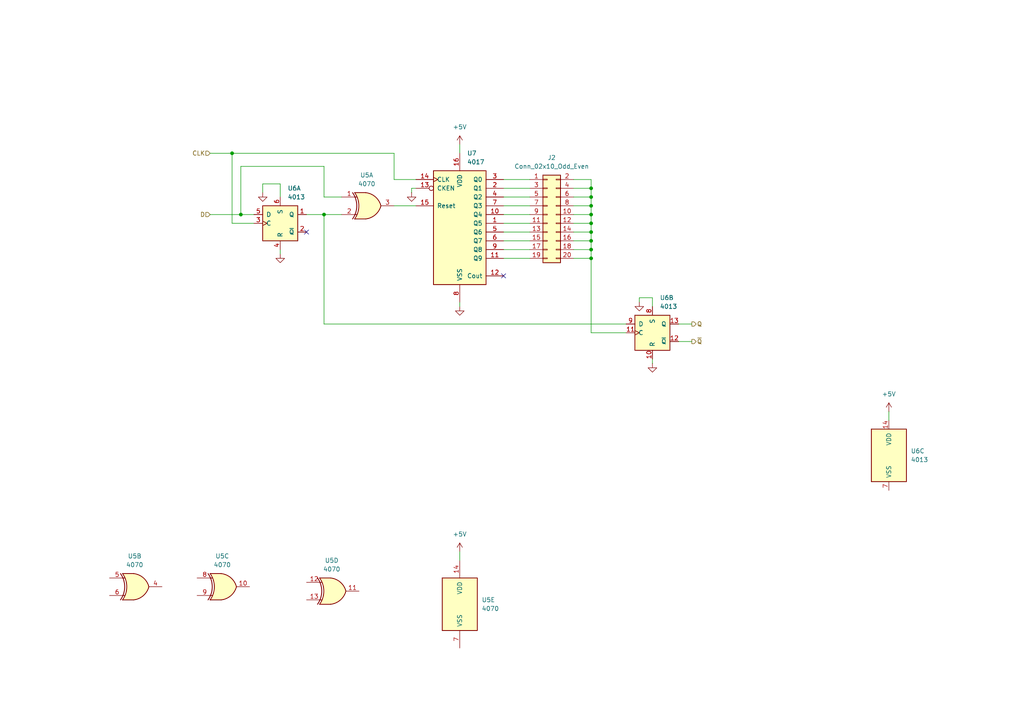
<source format=kicad_sch>
(kicad_sch
	(version 20250114)
	(generator "eeschema")
	(generator_version "9.0")
	(uuid "361291c4-f28b-4d69-83cf-c38eb92ef62a")
	(paper "A4")
	(lib_symbols
		(symbol "4xxx:4013"
			(pin_names
				(offset 1.016)
			)
			(exclude_from_sim no)
			(in_bom yes)
			(on_board yes)
			(property "Reference" "U"
				(at -7.62 8.89 0)
				(effects
					(font
						(size 1.27 1.27)
					)
				)
			)
			(property "Value" "4013"
				(at -7.62 -8.89 0)
				(effects
					(font
						(size 1.27 1.27)
					)
				)
			)
			(property "Footprint" ""
				(at 0 0 0)
				(effects
					(font
						(size 1.27 1.27)
					)
					(hide yes)
				)
			)
			(property "Datasheet" "http://www.onsemi.com/pub/Collateral/MC14013B-D.PDF"
				(at 0 0 0)
				(effects
					(font
						(size 1.27 1.27)
					)
					(hide yes)
				)
			)
			(property "Description" "Dual D  FlipFlop, Set & reset"
				(at 0 0 0)
				(effects
					(font
						(size 1.27 1.27)
					)
					(hide yes)
				)
			)
			(property "ki_locked" ""
				(at 0 0 0)
				(effects
					(font
						(size 1.27 1.27)
					)
				)
			)
			(property "ki_keywords" "CMOS DFF"
				(at 0 0 0)
				(effects
					(font
						(size 1.27 1.27)
					)
					(hide yes)
				)
			)
			(property "ki_fp_filters" "DIP*W7.62mm* SOIC*3.9x9.9mm*P1.27mm* TSSOP*4.4x5mm*P0.65mm*"
				(at 0 0 0)
				(effects
					(font
						(size 1.27 1.27)
					)
					(hide yes)
				)
			)
			(symbol "4013_1_1"
				(rectangle
					(start -5.08 5.08)
					(end 5.08 -5.08)
					(stroke
						(width 0.254)
						(type default)
					)
					(fill
						(type background)
					)
				)
				(pin input line
					(at -7.62 2.54 0)
					(length 2.54)
					(name "D"
						(effects
							(font
								(size 1.27 1.27)
							)
						)
					)
					(number "5"
						(effects
							(font
								(size 1.27 1.27)
							)
						)
					)
				)
				(pin input clock
					(at -7.62 0 0)
					(length 2.54)
					(name "C"
						(effects
							(font
								(size 1.27 1.27)
							)
						)
					)
					(number "3"
						(effects
							(font
								(size 1.27 1.27)
							)
						)
					)
				)
				(pin input line
					(at 0 7.62 270)
					(length 2.54)
					(name "S"
						(effects
							(font
								(size 1.27 1.27)
							)
						)
					)
					(number "6"
						(effects
							(font
								(size 1.27 1.27)
							)
						)
					)
				)
				(pin input line
					(at 0 -7.62 90)
					(length 2.54)
					(name "R"
						(effects
							(font
								(size 1.27 1.27)
							)
						)
					)
					(number "4"
						(effects
							(font
								(size 1.27 1.27)
							)
						)
					)
				)
				(pin output line
					(at 7.62 2.54 180)
					(length 2.54)
					(name "Q"
						(effects
							(font
								(size 1.27 1.27)
							)
						)
					)
					(number "1"
						(effects
							(font
								(size 1.27 1.27)
							)
						)
					)
				)
				(pin output line
					(at 7.62 -2.54 180)
					(length 2.54)
					(name "~{Q}"
						(effects
							(font
								(size 1.27 1.27)
							)
						)
					)
					(number "2"
						(effects
							(font
								(size 1.27 1.27)
							)
						)
					)
				)
			)
			(symbol "4013_2_1"
				(rectangle
					(start -5.08 5.08)
					(end 5.08 -5.08)
					(stroke
						(width 0.254)
						(type default)
					)
					(fill
						(type background)
					)
				)
				(pin input line
					(at -7.62 2.54 0)
					(length 2.54)
					(name "D"
						(effects
							(font
								(size 1.27 1.27)
							)
						)
					)
					(number "9"
						(effects
							(font
								(size 1.27 1.27)
							)
						)
					)
				)
				(pin input clock
					(at -7.62 0 0)
					(length 2.54)
					(name "C"
						(effects
							(font
								(size 1.27 1.27)
							)
						)
					)
					(number "11"
						(effects
							(font
								(size 1.27 1.27)
							)
						)
					)
				)
				(pin input line
					(at 0 7.62 270)
					(length 2.54)
					(name "S"
						(effects
							(font
								(size 1.27 1.27)
							)
						)
					)
					(number "8"
						(effects
							(font
								(size 1.27 1.27)
							)
						)
					)
				)
				(pin input line
					(at 0 -7.62 90)
					(length 2.54)
					(name "R"
						(effects
							(font
								(size 1.27 1.27)
							)
						)
					)
					(number "10"
						(effects
							(font
								(size 1.27 1.27)
							)
						)
					)
				)
				(pin output line
					(at 7.62 2.54 180)
					(length 2.54)
					(name "Q"
						(effects
							(font
								(size 1.27 1.27)
							)
						)
					)
					(number "13"
						(effects
							(font
								(size 1.27 1.27)
							)
						)
					)
				)
				(pin output line
					(at 7.62 -2.54 180)
					(length 2.54)
					(name "~{Q}"
						(effects
							(font
								(size 1.27 1.27)
							)
						)
					)
					(number "12"
						(effects
							(font
								(size 1.27 1.27)
							)
						)
					)
				)
			)
			(symbol "4013_3_0"
				(pin power_in line
					(at 0 10.16 270)
					(length 2.54)
					(name "VDD"
						(effects
							(font
								(size 1.27 1.27)
							)
						)
					)
					(number "14"
						(effects
							(font
								(size 1.27 1.27)
							)
						)
					)
				)
				(pin power_in line
					(at 0 -10.16 90)
					(length 2.54)
					(name "VSS"
						(effects
							(font
								(size 1.27 1.27)
							)
						)
					)
					(number "7"
						(effects
							(font
								(size 1.27 1.27)
							)
						)
					)
				)
			)
			(symbol "4013_3_1"
				(rectangle
					(start -5.08 7.62)
					(end 5.08 -7.62)
					(stroke
						(width 0.254)
						(type default)
					)
					(fill
						(type background)
					)
				)
			)
			(embedded_fonts no)
		)
		(symbol "4xxx:4017"
			(pin_names
				(offset 1.016)
			)
			(exclude_from_sim no)
			(in_bom yes)
			(on_board yes)
			(property "Reference" "U"
				(at -7.62 16.51 0)
				(effects
					(font
						(size 1.27 1.27)
					)
				)
			)
			(property "Value" "4017"
				(at -7.62 -19.05 0)
				(effects
					(font
						(size 1.27 1.27)
					)
				)
			)
			(property "Footprint" ""
				(at 0 0 0)
				(effects
					(font
						(size 1.27 1.27)
					)
					(hide yes)
				)
			)
			(property "Datasheet" "http://www.intersil.com/content/dam/Intersil/documents/cd40/cd4017bms-22bms.pdf"
				(at 0 0 0)
				(effects
					(font
						(size 1.27 1.27)
					)
					(hide yes)
				)
			)
			(property "Description" "Johnson Counter ( 10 outputs )"
				(at 0 0 0)
				(effects
					(font
						(size 1.27 1.27)
					)
					(hide yes)
				)
			)
			(property "ki_locked" ""
				(at 0 0 0)
				(effects
					(font
						(size 1.27 1.27)
					)
				)
			)
			(property "ki_keywords" "CNT CNT10"
				(at 0 0 0)
				(effects
					(font
						(size 1.27 1.27)
					)
					(hide yes)
				)
			)
			(property "ki_fp_filters" "DIP?16*"
				(at 0 0 0)
				(effects
					(font
						(size 1.27 1.27)
					)
					(hide yes)
				)
			)
			(symbol "4017_1_0"
				(pin input clock
					(at -12.7 12.7 0)
					(length 5.08)
					(name "CLK"
						(effects
							(font
								(size 1.27 1.27)
							)
						)
					)
					(number "14"
						(effects
							(font
								(size 1.27 1.27)
							)
						)
					)
				)
				(pin input inverted
					(at -12.7 10.16 0)
					(length 5.08)
					(name "CKEN"
						(effects
							(font
								(size 1.27 1.27)
							)
						)
					)
					(number "13"
						(effects
							(font
								(size 1.27 1.27)
							)
						)
					)
				)
				(pin input line
					(at -12.7 5.08 0)
					(length 5.08)
					(name "Reset"
						(effects
							(font
								(size 1.27 1.27)
							)
						)
					)
					(number "15"
						(effects
							(font
								(size 1.27 1.27)
							)
						)
					)
				)
				(pin power_in line
					(at 0 20.32 270)
					(length 5.08)
					(name "VDD"
						(effects
							(font
								(size 1.27 1.27)
							)
						)
					)
					(number "16"
						(effects
							(font
								(size 1.27 1.27)
							)
						)
					)
				)
				(pin power_in line
					(at 0 -22.86 90)
					(length 5.08)
					(name "VSS"
						(effects
							(font
								(size 1.27 1.27)
							)
						)
					)
					(number "8"
						(effects
							(font
								(size 1.27 1.27)
							)
						)
					)
				)
				(pin output line
					(at 12.7 12.7 180)
					(length 5.08)
					(name "Q0"
						(effects
							(font
								(size 1.27 1.27)
							)
						)
					)
					(number "3"
						(effects
							(font
								(size 1.27 1.27)
							)
						)
					)
				)
				(pin output line
					(at 12.7 10.16 180)
					(length 5.08)
					(name "Q1"
						(effects
							(font
								(size 1.27 1.27)
							)
						)
					)
					(number "2"
						(effects
							(font
								(size 1.27 1.27)
							)
						)
					)
				)
				(pin output line
					(at 12.7 7.62 180)
					(length 5.08)
					(name "Q2"
						(effects
							(font
								(size 1.27 1.27)
							)
						)
					)
					(number "4"
						(effects
							(font
								(size 1.27 1.27)
							)
						)
					)
				)
				(pin output line
					(at 12.7 5.08 180)
					(length 5.08)
					(name "Q3"
						(effects
							(font
								(size 1.27 1.27)
							)
						)
					)
					(number "7"
						(effects
							(font
								(size 1.27 1.27)
							)
						)
					)
				)
				(pin output line
					(at 12.7 2.54 180)
					(length 5.08)
					(name "Q4"
						(effects
							(font
								(size 1.27 1.27)
							)
						)
					)
					(number "10"
						(effects
							(font
								(size 1.27 1.27)
							)
						)
					)
				)
				(pin output line
					(at 12.7 0 180)
					(length 5.08)
					(name "Q5"
						(effects
							(font
								(size 1.27 1.27)
							)
						)
					)
					(number "1"
						(effects
							(font
								(size 1.27 1.27)
							)
						)
					)
				)
				(pin output line
					(at 12.7 -2.54 180)
					(length 5.08)
					(name "Q6"
						(effects
							(font
								(size 1.27 1.27)
							)
						)
					)
					(number "5"
						(effects
							(font
								(size 1.27 1.27)
							)
						)
					)
				)
				(pin output line
					(at 12.7 -5.08 180)
					(length 5.08)
					(name "Q7"
						(effects
							(font
								(size 1.27 1.27)
							)
						)
					)
					(number "6"
						(effects
							(font
								(size 1.27 1.27)
							)
						)
					)
				)
				(pin output line
					(at 12.7 -7.62 180)
					(length 5.08)
					(name "Q8"
						(effects
							(font
								(size 1.27 1.27)
							)
						)
					)
					(number "9"
						(effects
							(font
								(size 1.27 1.27)
							)
						)
					)
				)
				(pin output line
					(at 12.7 -10.16 180)
					(length 5.08)
					(name "Q9"
						(effects
							(font
								(size 1.27 1.27)
							)
						)
					)
					(number "11"
						(effects
							(font
								(size 1.27 1.27)
							)
						)
					)
				)
				(pin output line
					(at 12.7 -15.24 180)
					(length 5.08)
					(name "Cout"
						(effects
							(font
								(size 1.27 1.27)
							)
						)
					)
					(number "12"
						(effects
							(font
								(size 1.27 1.27)
							)
						)
					)
				)
			)
			(symbol "4017_1_1"
				(rectangle
					(start -7.62 15.24)
					(end 7.62 -17.78)
					(stroke
						(width 0.254)
						(type default)
					)
					(fill
						(type background)
					)
				)
			)
			(embedded_fonts no)
		)
		(symbol "4xxx:4070"
			(pin_names
				(offset 1.016)
			)
			(exclude_from_sim no)
			(in_bom yes)
			(on_board yes)
			(property "Reference" "U"
				(at 0 1.27 0)
				(effects
					(font
						(size 1.27 1.27)
					)
				)
			)
			(property "Value" "4070"
				(at 0 -1.27 0)
				(effects
					(font
						(size 1.27 1.27)
					)
				)
			)
			(property "Footprint" ""
				(at 0 0 0)
				(effects
					(font
						(size 1.27 1.27)
					)
					(hide yes)
				)
			)
			(property "Datasheet" "http://www.intersil.com/content/dam/Intersil/documents/cd40/cd4070bms-77bms.pdf"
				(at 0 0 0)
				(effects
					(font
						(size 1.27 1.27)
					)
					(hide yes)
				)
			)
			(property "Description" "Quad Xor 2 inputs"
				(at 0 0 0)
				(effects
					(font
						(size 1.27 1.27)
					)
					(hide yes)
				)
			)
			(property "ki_locked" ""
				(at 0 0 0)
				(effects
					(font
						(size 1.27 1.27)
					)
				)
			)
			(property "ki_keywords" "CMOS XOR2"
				(at 0 0 0)
				(effects
					(font
						(size 1.27 1.27)
					)
					(hide yes)
				)
			)
			(property "ki_fp_filters" "DIP?14*"
				(at 0 0 0)
				(effects
					(font
						(size 1.27 1.27)
					)
					(hide yes)
				)
			)
			(symbol "4070_1_0"
				(arc
					(start -4.4196 3.81)
					(mid -3.2033 0)
					(end -4.4196 -3.81)
					(stroke
						(width 0.254)
						(type default)
					)
					(fill
						(type none)
					)
				)
				(arc
					(start -3.81 3.81)
					(mid -2.589 0)
					(end -3.81 -3.81)
					(stroke
						(width 0.254)
						(type default)
					)
					(fill
						(type none)
					)
				)
				(polyline
					(pts
						(xy -3.81 3.81) (xy -0.635 3.81)
					)
					(stroke
						(width 0.254)
						(type default)
					)
					(fill
						(type background)
					)
				)
				(polyline
					(pts
						(xy -3.81 -3.81) (xy -0.635 -3.81)
					)
					(stroke
						(width 0.254)
						(type default)
					)
					(fill
						(type background)
					)
				)
				(arc
					(start 3.81 0)
					(mid 2.1855 -2.584)
					(end -0.6096 -3.81)
					(stroke
						(width 0.254)
						(type default)
					)
					(fill
						(type background)
					)
				)
				(arc
					(start -0.6096 3.81)
					(mid 2.1928 2.5924)
					(end 3.81 0)
					(stroke
						(width 0.254)
						(type default)
					)
					(fill
						(type background)
					)
				)
				(polyline
					(pts
						(xy -0.635 3.81) (xy -3.81 3.81) (xy -3.81 3.81) (xy -3.556 3.4036) (xy -3.0226 2.2606) (xy -2.6924 1.0414)
						(xy -2.6162 -0.254) (xy -2.7686 -1.4986) (xy -3.175 -2.7178) (xy -3.81 -3.81) (xy -3.81 -3.81)
						(xy -0.635 -3.81)
					)
					(stroke
						(width -25.4)
						(type default)
					)
					(fill
						(type background)
					)
				)
				(pin input line
					(at -7.62 2.54 0)
					(length 4.445)
					(name "~"
						(effects
							(font
								(size 1.27 1.27)
							)
						)
					)
					(number "1"
						(effects
							(font
								(size 1.27 1.27)
							)
						)
					)
				)
				(pin input line
					(at -7.62 -2.54 0)
					(length 4.445)
					(name "~"
						(effects
							(font
								(size 1.27 1.27)
							)
						)
					)
					(number "2"
						(effects
							(font
								(size 1.27 1.27)
							)
						)
					)
				)
				(pin output line
					(at 7.62 0 180)
					(length 3.81)
					(name "~"
						(effects
							(font
								(size 1.27 1.27)
							)
						)
					)
					(number "3"
						(effects
							(font
								(size 1.27 1.27)
							)
						)
					)
				)
			)
			(symbol "4070_1_1"
				(polyline
					(pts
						(xy -3.81 2.54) (xy -3.175 2.54)
					)
					(stroke
						(width 0.1524)
						(type default)
					)
					(fill
						(type none)
					)
				)
				(polyline
					(pts
						(xy -3.81 -2.54) (xy -3.175 -2.54)
					)
					(stroke
						(width 0.1524)
						(type default)
					)
					(fill
						(type none)
					)
				)
			)
			(symbol "4070_2_0"
				(arc
					(start -4.4196 3.81)
					(mid -3.2033 0)
					(end -4.4196 -3.81)
					(stroke
						(width 0.254)
						(type default)
					)
					(fill
						(type none)
					)
				)
				(arc
					(start -3.81 3.81)
					(mid -2.589 0)
					(end -3.81 -3.81)
					(stroke
						(width 0.254)
						(type default)
					)
					(fill
						(type none)
					)
				)
				(polyline
					(pts
						(xy -3.81 3.81) (xy -0.635 3.81)
					)
					(stroke
						(width 0.254)
						(type default)
					)
					(fill
						(type background)
					)
				)
				(polyline
					(pts
						(xy -3.81 -3.81) (xy -0.635 -3.81)
					)
					(stroke
						(width 0.254)
						(type default)
					)
					(fill
						(type background)
					)
				)
				(arc
					(start 3.81 0)
					(mid 2.1855 -2.584)
					(end -0.6096 -3.81)
					(stroke
						(width 0.254)
						(type default)
					)
					(fill
						(type background)
					)
				)
				(arc
					(start -0.6096 3.81)
					(mid 2.1928 2.5924)
					(end 3.81 0)
					(stroke
						(width 0.254)
						(type default)
					)
					(fill
						(type background)
					)
				)
				(polyline
					(pts
						(xy -0.635 3.81) (xy -3.81 3.81) (xy -3.81 3.81) (xy -3.556 3.4036) (xy -3.0226 2.2606) (xy -2.6924 1.0414)
						(xy -2.6162 -0.254) (xy -2.7686 -1.4986) (xy -3.175 -2.7178) (xy -3.81 -3.81) (xy -3.81 -3.81)
						(xy -0.635 -3.81)
					)
					(stroke
						(width -25.4)
						(type default)
					)
					(fill
						(type background)
					)
				)
				(pin input line
					(at -7.62 2.54 0)
					(length 4.445)
					(name "~"
						(effects
							(font
								(size 1.27 1.27)
							)
						)
					)
					(number "5"
						(effects
							(font
								(size 1.27 1.27)
							)
						)
					)
				)
				(pin input line
					(at -7.62 -2.54 0)
					(length 4.445)
					(name "~"
						(effects
							(font
								(size 1.27 1.27)
							)
						)
					)
					(number "6"
						(effects
							(font
								(size 1.27 1.27)
							)
						)
					)
				)
				(pin output line
					(at 7.62 0 180)
					(length 3.81)
					(name "~"
						(effects
							(font
								(size 1.27 1.27)
							)
						)
					)
					(number "4"
						(effects
							(font
								(size 1.27 1.27)
							)
						)
					)
				)
			)
			(symbol "4070_2_1"
				(polyline
					(pts
						(xy -3.81 2.54) (xy -3.175 2.54)
					)
					(stroke
						(width 0.1524)
						(type default)
					)
					(fill
						(type none)
					)
				)
				(polyline
					(pts
						(xy -3.81 -2.54) (xy -3.175 -2.54)
					)
					(stroke
						(width 0.1524)
						(type default)
					)
					(fill
						(type none)
					)
				)
			)
			(symbol "4070_3_0"
				(arc
					(start -4.4196 3.81)
					(mid -3.2033 0)
					(end -4.4196 -3.81)
					(stroke
						(width 0.254)
						(type default)
					)
					(fill
						(type none)
					)
				)
				(arc
					(start -3.81 3.81)
					(mid -2.589 0)
					(end -3.81 -3.81)
					(stroke
						(width 0.254)
						(type default)
					)
					(fill
						(type none)
					)
				)
				(polyline
					(pts
						(xy -3.81 3.81) (xy -0.635 3.81)
					)
					(stroke
						(width 0.254)
						(type default)
					)
					(fill
						(type background)
					)
				)
				(polyline
					(pts
						(xy -3.81 -3.81) (xy -0.635 -3.81)
					)
					(stroke
						(width 0.254)
						(type default)
					)
					(fill
						(type background)
					)
				)
				(arc
					(start 3.81 0)
					(mid 2.1855 -2.584)
					(end -0.6096 -3.81)
					(stroke
						(width 0.254)
						(type default)
					)
					(fill
						(type background)
					)
				)
				(arc
					(start -0.6096 3.81)
					(mid 2.1928 2.5924)
					(end 3.81 0)
					(stroke
						(width 0.254)
						(type default)
					)
					(fill
						(type background)
					)
				)
				(polyline
					(pts
						(xy -0.635 3.81) (xy -3.81 3.81) (xy -3.81 3.81) (xy -3.556 3.4036) (xy -3.0226 2.2606) (xy -2.6924 1.0414)
						(xy -2.6162 -0.254) (xy -2.7686 -1.4986) (xy -3.175 -2.7178) (xy -3.81 -3.81) (xy -3.81 -3.81)
						(xy -0.635 -3.81)
					)
					(stroke
						(width -25.4)
						(type default)
					)
					(fill
						(type background)
					)
				)
				(pin input line
					(at -7.62 2.54 0)
					(length 4.445)
					(name "~"
						(effects
							(font
								(size 1.27 1.27)
							)
						)
					)
					(number "8"
						(effects
							(font
								(size 1.27 1.27)
							)
						)
					)
				)
				(pin input line
					(at -7.62 -2.54 0)
					(length 4.445)
					(name "~"
						(effects
							(font
								(size 1.27 1.27)
							)
						)
					)
					(number "9"
						(effects
							(font
								(size 1.27 1.27)
							)
						)
					)
				)
				(pin output line
					(at 7.62 0 180)
					(length 3.81)
					(name "~"
						(effects
							(font
								(size 1.27 1.27)
							)
						)
					)
					(number "10"
						(effects
							(font
								(size 1.27 1.27)
							)
						)
					)
				)
			)
			(symbol "4070_3_1"
				(polyline
					(pts
						(xy -3.81 2.54) (xy -3.175 2.54)
					)
					(stroke
						(width 0.1524)
						(type default)
					)
					(fill
						(type none)
					)
				)
				(polyline
					(pts
						(xy -3.81 -2.54) (xy -3.175 -2.54)
					)
					(stroke
						(width 0.1524)
						(type default)
					)
					(fill
						(type none)
					)
				)
			)
			(symbol "4070_4_0"
				(arc
					(start -4.4196 3.81)
					(mid -3.2033 0)
					(end -4.4196 -3.81)
					(stroke
						(width 0.254)
						(type default)
					)
					(fill
						(type none)
					)
				)
				(arc
					(start -3.81 3.81)
					(mid -2.589 0)
					(end -3.81 -3.81)
					(stroke
						(width 0.254)
						(type default)
					)
					(fill
						(type none)
					)
				)
				(polyline
					(pts
						(xy -3.81 3.81) (xy -0.635 3.81)
					)
					(stroke
						(width 0.254)
						(type default)
					)
					(fill
						(type background)
					)
				)
				(polyline
					(pts
						(xy -3.81 -3.81) (xy -0.635 -3.81)
					)
					(stroke
						(width 0.254)
						(type default)
					)
					(fill
						(type background)
					)
				)
				(arc
					(start 3.81 0)
					(mid 2.1855 -2.584)
					(end -0.6096 -3.81)
					(stroke
						(width 0.254)
						(type default)
					)
					(fill
						(type background)
					)
				)
				(arc
					(start -0.6096 3.81)
					(mid 2.1928 2.5924)
					(end 3.81 0)
					(stroke
						(width 0.254)
						(type default)
					)
					(fill
						(type background)
					)
				)
				(polyline
					(pts
						(xy -0.635 3.81) (xy -3.81 3.81) (xy -3.81 3.81) (xy -3.556 3.4036) (xy -3.0226 2.2606) (xy -2.6924 1.0414)
						(xy -2.6162 -0.254) (xy -2.7686 -1.4986) (xy -3.175 -2.7178) (xy -3.81 -3.81) (xy -3.81 -3.81)
						(xy -0.635 -3.81)
					)
					(stroke
						(width -25.4)
						(type default)
					)
					(fill
						(type background)
					)
				)
				(pin input line
					(at -7.62 2.54 0)
					(length 4.445)
					(name "~"
						(effects
							(font
								(size 1.27 1.27)
							)
						)
					)
					(number "12"
						(effects
							(font
								(size 1.27 1.27)
							)
						)
					)
				)
				(pin input line
					(at -7.62 -2.54 0)
					(length 4.445)
					(name "~"
						(effects
							(font
								(size 1.27 1.27)
							)
						)
					)
					(number "13"
						(effects
							(font
								(size 1.27 1.27)
							)
						)
					)
				)
				(pin output line
					(at 7.62 0 180)
					(length 3.81)
					(name "~"
						(effects
							(font
								(size 1.27 1.27)
							)
						)
					)
					(number "11"
						(effects
							(font
								(size 1.27 1.27)
							)
						)
					)
				)
			)
			(symbol "4070_4_1"
				(polyline
					(pts
						(xy -3.81 2.54) (xy -3.175 2.54)
					)
					(stroke
						(width 0.1524)
						(type default)
					)
					(fill
						(type none)
					)
				)
				(polyline
					(pts
						(xy -3.81 -2.54) (xy -3.175 -2.54)
					)
					(stroke
						(width 0.1524)
						(type default)
					)
					(fill
						(type none)
					)
				)
			)
			(symbol "4070_5_0"
				(pin power_in line
					(at 0 12.7 270)
					(length 5.08)
					(name "VDD"
						(effects
							(font
								(size 1.27 1.27)
							)
						)
					)
					(number "14"
						(effects
							(font
								(size 1.27 1.27)
							)
						)
					)
				)
				(pin power_in line
					(at 0 -12.7 90)
					(length 5.08)
					(name "VSS"
						(effects
							(font
								(size 1.27 1.27)
							)
						)
					)
					(number "7"
						(effects
							(font
								(size 1.27 1.27)
							)
						)
					)
				)
			)
			(symbol "4070_5_1"
				(rectangle
					(start -5.08 7.62)
					(end 5.08 -7.62)
					(stroke
						(width 0.254)
						(type default)
					)
					(fill
						(type background)
					)
				)
			)
			(embedded_fonts no)
		)
		(symbol "Connector_Generic:Conn_02x10_Odd_Even"
			(pin_names
				(offset 1.016)
				(hide yes)
			)
			(exclude_from_sim no)
			(in_bom yes)
			(on_board yes)
			(property "Reference" "J"
				(at 1.27 12.7 0)
				(effects
					(font
						(size 1.27 1.27)
					)
				)
			)
			(property "Value" "Conn_02x10_Odd_Even"
				(at 1.27 -15.24 0)
				(effects
					(font
						(size 1.27 1.27)
					)
				)
			)
			(property "Footprint" ""
				(at 0 0 0)
				(effects
					(font
						(size 1.27 1.27)
					)
					(hide yes)
				)
			)
			(property "Datasheet" "~"
				(at 0 0 0)
				(effects
					(font
						(size 1.27 1.27)
					)
					(hide yes)
				)
			)
			(property "Description" "Generic connector, double row, 02x10, odd/even pin numbering scheme (row 1 odd numbers, row 2 even numbers), script generated (kicad-library-utils/schlib/autogen/connector/)"
				(at 0 0 0)
				(effects
					(font
						(size 1.27 1.27)
					)
					(hide yes)
				)
			)
			(property "ki_keywords" "connector"
				(at 0 0 0)
				(effects
					(font
						(size 1.27 1.27)
					)
					(hide yes)
				)
			)
			(property "ki_fp_filters" "Connector*:*_2x??_*"
				(at 0 0 0)
				(effects
					(font
						(size 1.27 1.27)
					)
					(hide yes)
				)
			)
			(symbol "Conn_02x10_Odd_Even_1_1"
				(rectangle
					(start -1.27 11.43)
					(end 3.81 -13.97)
					(stroke
						(width 0.254)
						(type default)
					)
					(fill
						(type background)
					)
				)
				(rectangle
					(start -1.27 10.287)
					(end 0 10.033)
					(stroke
						(width 0.1524)
						(type default)
					)
					(fill
						(type none)
					)
				)
				(rectangle
					(start -1.27 7.747)
					(end 0 7.493)
					(stroke
						(width 0.1524)
						(type default)
					)
					(fill
						(type none)
					)
				)
				(rectangle
					(start -1.27 5.207)
					(end 0 4.953)
					(stroke
						(width 0.1524)
						(type default)
					)
					(fill
						(type none)
					)
				)
				(rectangle
					(start -1.27 2.667)
					(end 0 2.413)
					(stroke
						(width 0.1524)
						(type default)
					)
					(fill
						(type none)
					)
				)
				(rectangle
					(start -1.27 0.127)
					(end 0 -0.127)
					(stroke
						(width 0.1524)
						(type default)
					)
					(fill
						(type none)
					)
				)
				(rectangle
					(start -1.27 -2.413)
					(end 0 -2.667)
					(stroke
						(width 0.1524)
						(type default)
					)
					(fill
						(type none)
					)
				)
				(rectangle
					(start -1.27 -4.953)
					(end 0 -5.207)
					(stroke
						(width 0.1524)
						(type default)
					)
					(fill
						(type none)
					)
				)
				(rectangle
					(start -1.27 -7.493)
					(end 0 -7.747)
					(stroke
						(width 0.1524)
						(type default)
					)
					(fill
						(type none)
					)
				)
				(rectangle
					(start -1.27 -10.033)
					(end 0 -10.287)
					(stroke
						(width 0.1524)
						(type default)
					)
					(fill
						(type none)
					)
				)
				(rectangle
					(start -1.27 -12.573)
					(end 0 -12.827)
					(stroke
						(width 0.1524)
						(type default)
					)
					(fill
						(type none)
					)
				)
				(rectangle
					(start 3.81 10.287)
					(end 2.54 10.033)
					(stroke
						(width 0.1524)
						(type default)
					)
					(fill
						(type none)
					)
				)
				(rectangle
					(start 3.81 7.747)
					(end 2.54 7.493)
					(stroke
						(width 0.1524)
						(type default)
					)
					(fill
						(type none)
					)
				)
				(rectangle
					(start 3.81 5.207)
					(end 2.54 4.953)
					(stroke
						(width 0.1524)
						(type default)
					)
					(fill
						(type none)
					)
				)
				(rectangle
					(start 3.81 2.667)
					(end 2.54 2.413)
					(stroke
						(width 0.1524)
						(type default)
					)
					(fill
						(type none)
					)
				)
				(rectangle
					(start 3.81 0.127)
					(end 2.54 -0.127)
					(stroke
						(width 0.1524)
						(type default)
					)
					(fill
						(type none)
					)
				)
				(rectangle
					(start 3.81 -2.413)
					(end 2.54 -2.667)
					(stroke
						(width 0.1524)
						(type default)
					)
					(fill
						(type none)
					)
				)
				(rectangle
					(start 3.81 -4.953)
					(end 2.54 -5.207)
					(stroke
						(width 0.1524)
						(type default)
					)
					(fill
						(type none)
					)
				)
				(rectangle
					(start 3.81 -7.493)
					(end 2.54 -7.747)
					(stroke
						(width 0.1524)
						(type default)
					)
					(fill
						(type none)
					)
				)
				(rectangle
					(start 3.81 -10.033)
					(end 2.54 -10.287)
					(stroke
						(width 0.1524)
						(type default)
					)
					(fill
						(type none)
					)
				)
				(rectangle
					(start 3.81 -12.573)
					(end 2.54 -12.827)
					(stroke
						(width 0.1524)
						(type default)
					)
					(fill
						(type none)
					)
				)
				(pin passive line
					(at -5.08 10.16 0)
					(length 3.81)
					(name "Pin_1"
						(effects
							(font
								(size 1.27 1.27)
							)
						)
					)
					(number "1"
						(effects
							(font
								(size 1.27 1.27)
							)
						)
					)
				)
				(pin passive line
					(at -5.08 7.62 0)
					(length 3.81)
					(name "Pin_3"
						(effects
							(font
								(size 1.27 1.27)
							)
						)
					)
					(number "3"
						(effects
							(font
								(size 1.27 1.27)
							)
						)
					)
				)
				(pin passive line
					(at -5.08 5.08 0)
					(length 3.81)
					(name "Pin_5"
						(effects
							(font
								(size 1.27 1.27)
							)
						)
					)
					(number "5"
						(effects
							(font
								(size 1.27 1.27)
							)
						)
					)
				)
				(pin passive line
					(at -5.08 2.54 0)
					(length 3.81)
					(name "Pin_7"
						(effects
							(font
								(size 1.27 1.27)
							)
						)
					)
					(number "7"
						(effects
							(font
								(size 1.27 1.27)
							)
						)
					)
				)
				(pin passive line
					(at -5.08 0 0)
					(length 3.81)
					(name "Pin_9"
						(effects
							(font
								(size 1.27 1.27)
							)
						)
					)
					(number "9"
						(effects
							(font
								(size 1.27 1.27)
							)
						)
					)
				)
				(pin passive line
					(at -5.08 -2.54 0)
					(length 3.81)
					(name "Pin_11"
						(effects
							(font
								(size 1.27 1.27)
							)
						)
					)
					(number "11"
						(effects
							(font
								(size 1.27 1.27)
							)
						)
					)
				)
				(pin passive line
					(at -5.08 -5.08 0)
					(length 3.81)
					(name "Pin_13"
						(effects
							(font
								(size 1.27 1.27)
							)
						)
					)
					(number "13"
						(effects
							(font
								(size 1.27 1.27)
							)
						)
					)
				)
				(pin passive line
					(at -5.08 -7.62 0)
					(length 3.81)
					(name "Pin_15"
						(effects
							(font
								(size 1.27 1.27)
							)
						)
					)
					(number "15"
						(effects
							(font
								(size 1.27 1.27)
							)
						)
					)
				)
				(pin passive line
					(at -5.08 -10.16 0)
					(length 3.81)
					(name "Pin_17"
						(effects
							(font
								(size 1.27 1.27)
							)
						)
					)
					(number "17"
						(effects
							(font
								(size 1.27 1.27)
							)
						)
					)
				)
				(pin passive line
					(at -5.08 -12.7 0)
					(length 3.81)
					(name "Pin_19"
						(effects
							(font
								(size 1.27 1.27)
							)
						)
					)
					(number "19"
						(effects
							(font
								(size 1.27 1.27)
							)
						)
					)
				)
				(pin passive line
					(at 7.62 10.16 180)
					(length 3.81)
					(name "Pin_2"
						(effects
							(font
								(size 1.27 1.27)
							)
						)
					)
					(number "2"
						(effects
							(font
								(size 1.27 1.27)
							)
						)
					)
				)
				(pin passive line
					(at 7.62 7.62 180)
					(length 3.81)
					(name "Pin_4"
						(effects
							(font
								(size 1.27 1.27)
							)
						)
					)
					(number "4"
						(effects
							(font
								(size 1.27 1.27)
							)
						)
					)
				)
				(pin passive line
					(at 7.62 5.08 180)
					(length 3.81)
					(name "Pin_6"
						(effects
							(font
								(size 1.27 1.27)
							)
						)
					)
					(number "6"
						(effects
							(font
								(size 1.27 1.27)
							)
						)
					)
				)
				(pin passive line
					(at 7.62 2.54 180)
					(length 3.81)
					(name "Pin_8"
						(effects
							(font
								(size 1.27 1.27)
							)
						)
					)
					(number "8"
						(effects
							(font
								(size 1.27 1.27)
							)
						)
					)
				)
				(pin passive line
					(at 7.62 0 180)
					(length 3.81)
					(name "Pin_10"
						(effects
							(font
								(size 1.27 1.27)
							)
						)
					)
					(number "10"
						(effects
							(font
								(size 1.27 1.27)
							)
						)
					)
				)
				(pin passive line
					(at 7.62 -2.54 180)
					(length 3.81)
					(name "Pin_12"
						(effects
							(font
								(size 1.27 1.27)
							)
						)
					)
					(number "12"
						(effects
							(font
								(size 1.27 1.27)
							)
						)
					)
				)
				(pin passive line
					(at 7.62 -5.08 180)
					(length 3.81)
					(name "Pin_14"
						(effects
							(font
								(size 1.27 1.27)
							)
						)
					)
					(number "14"
						(effects
							(font
								(size 1.27 1.27)
							)
						)
					)
				)
				(pin passive line
					(at 7.62 -7.62 180)
					(length 3.81)
					(name "Pin_16"
						(effects
							(font
								(size 1.27 1.27)
							)
						)
					)
					(number "16"
						(effects
							(font
								(size 1.27 1.27)
							)
						)
					)
				)
				(pin passive line
					(at 7.62 -10.16 180)
					(length 3.81)
					(name "Pin_18"
						(effects
							(font
								(size 1.27 1.27)
							)
						)
					)
					(number "18"
						(effects
							(font
								(size 1.27 1.27)
							)
						)
					)
				)
				(pin passive line
					(at 7.62 -12.7 180)
					(length 3.81)
					(name "Pin_20"
						(effects
							(font
								(size 1.27 1.27)
							)
						)
					)
					(number "20"
						(effects
							(font
								(size 1.27 1.27)
							)
						)
					)
				)
			)
			(embedded_fonts no)
		)
		(symbol "power:+5V"
			(power)
			(pin_numbers
				(hide yes)
			)
			(pin_names
				(offset 0)
				(hide yes)
			)
			(exclude_from_sim no)
			(in_bom yes)
			(on_board yes)
			(property "Reference" "#PWR"
				(at 0 -3.81 0)
				(effects
					(font
						(size 1.27 1.27)
					)
					(hide yes)
				)
			)
			(property "Value" "+5V"
				(at 0 3.556 0)
				(effects
					(font
						(size 1.27 1.27)
					)
				)
			)
			(property "Footprint" ""
				(at 0 0 0)
				(effects
					(font
						(size 1.27 1.27)
					)
					(hide yes)
				)
			)
			(property "Datasheet" ""
				(at 0 0 0)
				(effects
					(font
						(size 1.27 1.27)
					)
					(hide yes)
				)
			)
			(property "Description" "Power symbol creates a global label with name \"+5V\""
				(at 0 0 0)
				(effects
					(font
						(size 1.27 1.27)
					)
					(hide yes)
				)
			)
			(property "ki_keywords" "global power"
				(at 0 0 0)
				(effects
					(font
						(size 1.27 1.27)
					)
					(hide yes)
				)
			)
			(symbol "+5V_0_1"
				(polyline
					(pts
						(xy -0.762 1.27) (xy 0 2.54)
					)
					(stroke
						(width 0)
						(type default)
					)
					(fill
						(type none)
					)
				)
				(polyline
					(pts
						(xy 0 2.54) (xy 0.762 1.27)
					)
					(stroke
						(width 0)
						(type default)
					)
					(fill
						(type none)
					)
				)
				(polyline
					(pts
						(xy 0 0) (xy 0 2.54)
					)
					(stroke
						(width 0)
						(type default)
					)
					(fill
						(type none)
					)
				)
			)
			(symbol "+5V_1_1"
				(pin power_in line
					(at 0 0 90)
					(length 0)
					(name "~"
						(effects
							(font
								(size 1.27 1.27)
							)
						)
					)
					(number "1"
						(effects
							(font
								(size 1.27 1.27)
							)
						)
					)
				)
			)
			(embedded_fonts no)
		)
		(symbol "power:GND"
			(power)
			(pin_numbers
				(hide yes)
			)
			(pin_names
				(offset 0)
				(hide yes)
			)
			(exclude_from_sim no)
			(in_bom yes)
			(on_board yes)
			(property "Reference" "#PWR"
				(at 0 -6.35 0)
				(effects
					(font
						(size 1.27 1.27)
					)
					(hide yes)
				)
			)
			(property "Value" "GND"
				(at 0 -3.81 0)
				(effects
					(font
						(size 1.27 1.27)
					)
				)
			)
			(property "Footprint" ""
				(at 0 0 0)
				(effects
					(font
						(size 1.27 1.27)
					)
					(hide yes)
				)
			)
			(property "Datasheet" ""
				(at 0 0 0)
				(effects
					(font
						(size 1.27 1.27)
					)
					(hide yes)
				)
			)
			(property "Description" "Power symbol creates a global label with name \"GND\" , ground"
				(at 0 0 0)
				(effects
					(font
						(size 1.27 1.27)
					)
					(hide yes)
				)
			)
			(property "ki_keywords" "global power"
				(at 0 0 0)
				(effects
					(font
						(size 1.27 1.27)
					)
					(hide yes)
				)
			)
			(symbol "GND_0_1"
				(polyline
					(pts
						(xy 0 0) (xy 0 -1.27) (xy 1.27 -1.27) (xy 0 -2.54) (xy -1.27 -1.27) (xy 0 -1.27)
					)
					(stroke
						(width 0)
						(type default)
					)
					(fill
						(type none)
					)
				)
			)
			(symbol "GND_1_1"
				(pin power_in line
					(at 0 0 270)
					(length 0)
					(name "~"
						(effects
							(font
								(size 1.27 1.27)
							)
						)
					)
					(number "1"
						(effects
							(font
								(size 1.27 1.27)
							)
						)
					)
				)
			)
			(embedded_fonts no)
		)
	)
	(junction
		(at 171.45 59.69)
		(diameter 0)
		(color 0 0 0 0)
		(uuid "1be5343a-b8af-42b8-90d9-10e5696b9a17")
	)
	(junction
		(at 67.31 44.45)
		(diameter 0)
		(color 0 0 0 0)
		(uuid "1f0a4053-9d3a-4249-88db-e8f776be12fa")
	)
	(junction
		(at 171.45 69.85)
		(diameter 0)
		(color 0 0 0 0)
		(uuid "21833179-de38-40da-aec4-5b43bae11749")
	)
	(junction
		(at 171.45 57.15)
		(diameter 0)
		(color 0 0 0 0)
		(uuid "4a9ec1ee-dca2-422f-af5b-4bc0ce83bcef")
	)
	(junction
		(at 69.85 62.23)
		(diameter 0)
		(color 0 0 0 0)
		(uuid "5443fdbe-ef92-4a7b-80c0-e6036c82c10c")
	)
	(junction
		(at 93.98 62.23)
		(diameter 0)
		(color 0 0 0 0)
		(uuid "6ed77d39-4f95-4f9e-a636-06d4b74619a9")
	)
	(junction
		(at 171.45 67.31)
		(diameter 0)
		(color 0 0 0 0)
		(uuid "78259c07-2fdd-48c9-9584-99fafb263b65")
	)
	(junction
		(at 171.45 64.77)
		(diameter 0)
		(color 0 0 0 0)
		(uuid "7c9f3816-6673-497b-991e-3ea25295fac0")
	)
	(junction
		(at 171.45 74.93)
		(diameter 0)
		(color 0 0 0 0)
		(uuid "8841d7db-f252-4685-8ebb-747af91348ab")
	)
	(junction
		(at 171.45 54.61)
		(diameter 0)
		(color 0 0 0 0)
		(uuid "b84865a7-a9b2-439c-a9a6-9ab4e2e783e1")
	)
	(junction
		(at 171.45 62.23)
		(diameter 0)
		(color 0 0 0 0)
		(uuid "d510eae4-d1f3-41ef-a526-20c89dc9e226")
	)
	(junction
		(at 171.45 72.39)
		(diameter 0)
		(color 0 0 0 0)
		(uuid "da4d30aa-3d8f-46c8-9d77-56635bc90960")
	)
	(no_connect
		(at 88.9 67.31)
		(uuid "52010ea1-2238-4e83-86fa-287618ce2586")
	)
	(no_connect
		(at 146.05 80.01)
		(uuid "718834e7-6753-459e-8578-135da1cc34fc")
	)
	(wire
		(pts
			(xy 153.67 69.85) (xy 146.05 69.85)
		)
		(stroke
			(width 0)
			(type default)
		)
		(uuid "0401047e-7d31-4976-8cf3-64685443f487")
	)
	(wire
		(pts
			(xy 171.45 57.15) (xy 171.45 59.69)
		)
		(stroke
			(width 0)
			(type default)
		)
		(uuid "0539ca5b-0e18-446e-83b0-8932f2b4ec3f")
	)
	(wire
		(pts
			(xy 153.67 72.39) (xy 146.05 72.39)
		)
		(stroke
			(width 0)
			(type default)
		)
		(uuid "060c078d-05d0-4659-a3fd-a6cd478c0dc1")
	)
	(wire
		(pts
			(xy 166.37 62.23) (xy 171.45 62.23)
		)
		(stroke
			(width 0)
			(type default)
		)
		(uuid "083cae12-2b08-41a1-a34c-eedd3923052e")
	)
	(wire
		(pts
			(xy 171.45 96.52) (xy 181.61 96.52)
		)
		(stroke
			(width 0)
			(type default)
		)
		(uuid "0b5ff2ae-34fb-49dd-a3ac-dd4921e8d2f4")
	)
	(wire
		(pts
			(xy 189.23 105.41) (xy 189.23 104.14)
		)
		(stroke
			(width 0)
			(type default)
		)
		(uuid "203fc238-831e-46e1-b6c1-4d68d1e6b3e5")
	)
	(wire
		(pts
			(xy 171.45 54.61) (xy 171.45 57.15)
		)
		(stroke
			(width 0)
			(type default)
		)
		(uuid "2473d3d0-2a3a-47a6-be1d-32752d02b584")
	)
	(wire
		(pts
			(xy 119.38 55.88) (xy 119.38 54.61)
		)
		(stroke
			(width 0)
			(type default)
		)
		(uuid "25754d19-c210-492d-a520-b329af165adf")
	)
	(wire
		(pts
			(xy 114.3 59.69) (xy 120.65 59.69)
		)
		(stroke
			(width 0)
			(type default)
		)
		(uuid "32bb82dc-c829-4704-9264-cb713513d646")
	)
	(wire
		(pts
			(xy 133.35 88.9) (xy 133.35 87.63)
		)
		(stroke
			(width 0)
			(type default)
		)
		(uuid "3b35daf0-faec-4636-b48e-df9176ed5474")
	)
	(wire
		(pts
			(xy 166.37 72.39) (xy 171.45 72.39)
		)
		(stroke
			(width 0)
			(type default)
		)
		(uuid "3d1cb3d6-22dd-4696-8ab0-d762bdaf0ad5")
	)
	(wire
		(pts
			(xy 166.37 69.85) (xy 171.45 69.85)
		)
		(stroke
			(width 0)
			(type default)
		)
		(uuid "45229f02-38ce-467d-9331-cd3abab78f6b")
	)
	(wire
		(pts
			(xy 76.2 53.34) (xy 81.28 53.34)
		)
		(stroke
			(width 0)
			(type default)
		)
		(uuid "483d5363-0ea2-41dd-8658-333af508c1a3")
	)
	(wire
		(pts
			(xy 69.85 62.23) (xy 73.66 62.23)
		)
		(stroke
			(width 0)
			(type default)
		)
		(uuid "486421d9-8517-426f-8f3b-ff878e9daac8")
	)
	(wire
		(pts
			(xy 114.3 52.07) (xy 114.3 44.45)
		)
		(stroke
			(width 0)
			(type default)
		)
		(uuid "4f1e9120-99c4-48eb-a348-de59de2b557c")
	)
	(wire
		(pts
			(xy 171.45 72.39) (xy 171.45 74.93)
		)
		(stroke
			(width 0)
			(type default)
		)
		(uuid "52f67882-823e-4c50-b241-fd5b8dc7e3bf")
	)
	(wire
		(pts
			(xy 171.45 74.93) (xy 171.45 96.52)
		)
		(stroke
			(width 0)
			(type default)
		)
		(uuid "53cad90f-a12c-4433-8e70-f895bd8a0fc7")
	)
	(wire
		(pts
			(xy 200.66 99.06) (xy 196.85 99.06)
		)
		(stroke
			(width 0)
			(type default)
		)
		(uuid "53e3b5de-1327-4af8-b9e7-e89bccb791cf")
	)
	(wire
		(pts
			(xy 120.65 52.07) (xy 114.3 52.07)
		)
		(stroke
			(width 0)
			(type default)
		)
		(uuid "542090ec-ebf3-4f20-96dd-ad4aead508e8")
	)
	(wire
		(pts
			(xy 69.85 48.26) (xy 69.85 62.23)
		)
		(stroke
			(width 0)
			(type default)
		)
		(uuid "54d320f4-d512-423e-a0fc-cfa6f5688491")
	)
	(wire
		(pts
			(xy 153.67 59.69) (xy 146.05 59.69)
		)
		(stroke
			(width 0)
			(type default)
		)
		(uuid "5a27fc16-e914-42de-83be-fe5200577abb")
	)
	(wire
		(pts
			(xy 171.45 62.23) (xy 171.45 64.77)
		)
		(stroke
			(width 0)
			(type default)
		)
		(uuid "5a711a26-6362-4847-a19d-6b57afe18270")
	)
	(wire
		(pts
			(xy 153.67 64.77) (xy 146.05 64.77)
		)
		(stroke
			(width 0)
			(type default)
		)
		(uuid "5b066789-338a-4019-87ed-934332ade9b2")
	)
	(wire
		(pts
			(xy 171.45 67.31) (xy 171.45 69.85)
		)
		(stroke
			(width 0)
			(type default)
		)
		(uuid "5b26ab32-e391-45b9-8959-0f64bdf489cb")
	)
	(wire
		(pts
			(xy 99.06 57.15) (xy 93.98 57.15)
		)
		(stroke
			(width 0)
			(type default)
		)
		(uuid "5b613c0a-cb39-4f2e-b163-65469a2b0d83")
	)
	(wire
		(pts
			(xy 171.45 52.07) (xy 171.45 54.61)
		)
		(stroke
			(width 0)
			(type default)
		)
		(uuid "61e5235d-4127-411c-91b1-331e3a865322")
	)
	(wire
		(pts
			(xy 153.67 74.93) (xy 146.05 74.93)
		)
		(stroke
			(width 0)
			(type default)
		)
		(uuid "65330bee-b974-4fb2-ac2f-b48e12ecc183")
	)
	(wire
		(pts
			(xy 166.37 74.93) (xy 171.45 74.93)
		)
		(stroke
			(width 0)
			(type default)
		)
		(uuid "6d2d56c4-6455-44e9-8c11-281fb9474e63")
	)
	(wire
		(pts
			(xy 171.45 59.69) (xy 171.45 62.23)
		)
		(stroke
			(width 0)
			(type default)
		)
		(uuid "7166fbec-4c0b-4234-a3d1-5e8079c28691")
	)
	(wire
		(pts
			(xy 153.67 62.23) (xy 146.05 62.23)
		)
		(stroke
			(width 0)
			(type default)
		)
		(uuid "7a5b41ef-64cc-4100-b34a-ea236c43955d")
	)
	(wire
		(pts
			(xy 171.45 64.77) (xy 171.45 67.31)
		)
		(stroke
			(width 0)
			(type default)
		)
		(uuid "7c2743bc-3d4f-4705-9d9f-7a916ebca699")
	)
	(wire
		(pts
			(xy 67.31 44.45) (xy 67.31 64.77)
		)
		(stroke
			(width 0)
			(type default)
		)
		(uuid "7da7338d-55a3-4a94-a7b6-3c89dc645b8f")
	)
	(wire
		(pts
			(xy 76.2 55.88) (xy 76.2 53.34)
		)
		(stroke
			(width 0)
			(type default)
		)
		(uuid "7f4d1d9c-6ef1-4091-b9a7-f784e30884dd")
	)
	(wire
		(pts
			(xy 93.98 57.15) (xy 93.98 48.26)
		)
		(stroke
			(width 0)
			(type default)
		)
		(uuid "8037cd79-a5e3-4073-94ad-5978449a077a")
	)
	(wire
		(pts
			(xy 166.37 57.15) (xy 171.45 57.15)
		)
		(stroke
			(width 0)
			(type default)
		)
		(uuid "82880c3a-7e75-4c8a-ba3c-0cf34010bd9f")
	)
	(wire
		(pts
			(xy 60.96 62.23) (xy 69.85 62.23)
		)
		(stroke
			(width 0)
			(type default)
		)
		(uuid "87a9fc7d-82bc-4ed9-8eae-74b292eb4157")
	)
	(wire
		(pts
			(xy 166.37 59.69) (xy 171.45 59.69)
		)
		(stroke
			(width 0)
			(type default)
		)
		(uuid "8b46dba9-b694-45e7-ba26-9d2e093cc873")
	)
	(wire
		(pts
			(xy 185.42 87.63) (xy 185.42 86.36)
		)
		(stroke
			(width 0)
			(type default)
		)
		(uuid "923abb31-c8c5-4092-9ae4-d32e38fbf930")
	)
	(wire
		(pts
			(xy 81.28 73.66) (xy 81.28 72.39)
		)
		(stroke
			(width 0)
			(type default)
		)
		(uuid "9f8b53e5-a9f5-4573-a2aa-fa2174a79896")
	)
	(wire
		(pts
			(xy 185.42 86.36) (xy 189.23 86.36)
		)
		(stroke
			(width 0)
			(type default)
		)
		(uuid "9fa0c398-78d6-439b-982a-f8ef6a2b09cf")
	)
	(wire
		(pts
			(xy 133.35 41.91) (xy 133.35 44.45)
		)
		(stroke
			(width 0)
			(type default)
		)
		(uuid "a3c14c53-fd10-492e-83fe-574f7a9b2497")
	)
	(wire
		(pts
			(xy 133.35 160.02) (xy 133.35 162.56)
		)
		(stroke
			(width 0)
			(type default)
		)
		(uuid "a69396de-32a0-43ca-bb0e-7625a31ed17d")
	)
	(wire
		(pts
			(xy 257.81 119.38) (xy 257.81 121.92)
		)
		(stroke
			(width 0)
			(type default)
		)
		(uuid "ad22b8cd-1eb3-4120-9ae9-55d625f671c9")
	)
	(wire
		(pts
			(xy 60.96 44.45) (xy 67.31 44.45)
		)
		(stroke
			(width 0)
			(type default)
		)
		(uuid "b7896b01-a109-4149-b4e5-a07f14c882d9")
	)
	(wire
		(pts
			(xy 181.61 93.98) (xy 93.98 93.98)
		)
		(stroke
			(width 0)
			(type default)
		)
		(uuid "ba9f1f82-4b93-4b1e-9df2-1a057e725299")
	)
	(wire
		(pts
			(xy 81.28 53.34) (xy 81.28 57.15)
		)
		(stroke
			(width 0)
			(type default)
		)
		(uuid "bb0280cc-cad4-4a3c-b7ed-13405ed4170a")
	)
	(wire
		(pts
			(xy 153.67 54.61) (xy 146.05 54.61)
		)
		(stroke
			(width 0)
			(type default)
		)
		(uuid "bb3a8c55-f6e7-465d-8734-e1535407ad40")
	)
	(wire
		(pts
			(xy 153.67 52.07) (xy 146.05 52.07)
		)
		(stroke
			(width 0)
			(type default)
		)
		(uuid "bbe3843b-8e6d-4e26-9372-2f41c4de0a1a")
	)
	(wire
		(pts
			(xy 166.37 64.77) (xy 171.45 64.77)
		)
		(stroke
			(width 0)
			(type default)
		)
		(uuid "c0f33ee3-fe69-4c8b-a0cc-00395591d170")
	)
	(wire
		(pts
			(xy 88.9 62.23) (xy 93.98 62.23)
		)
		(stroke
			(width 0)
			(type default)
		)
		(uuid "c20d9213-2d36-4807-bade-7d0b954175ae")
	)
	(wire
		(pts
			(xy 166.37 52.07) (xy 171.45 52.07)
		)
		(stroke
			(width 0)
			(type default)
		)
		(uuid "c293c13d-558e-452d-8c72-4a7cec7da3a6")
	)
	(wire
		(pts
			(xy 93.98 62.23) (xy 99.06 62.23)
		)
		(stroke
			(width 0)
			(type default)
		)
		(uuid "cacffbb7-c768-468c-bcaa-1d883efa46b7")
	)
	(wire
		(pts
			(xy 166.37 54.61) (xy 171.45 54.61)
		)
		(stroke
			(width 0)
			(type default)
		)
		(uuid "dc54b78a-4533-4876-a7c7-45a5678b42bc")
	)
	(wire
		(pts
			(xy 200.66 93.98) (xy 196.85 93.98)
		)
		(stroke
			(width 0)
			(type default)
		)
		(uuid "df8b7107-ad3d-431c-ab87-92a936a5e3fa")
	)
	(wire
		(pts
			(xy 93.98 48.26) (xy 69.85 48.26)
		)
		(stroke
			(width 0)
			(type default)
		)
		(uuid "e1e0707d-2a7a-42d8-bded-208539a16960")
	)
	(wire
		(pts
			(xy 153.67 57.15) (xy 146.05 57.15)
		)
		(stroke
			(width 0)
			(type default)
		)
		(uuid "e274c518-2341-4cef-8d06-f303ef5366cf")
	)
	(wire
		(pts
			(xy 67.31 64.77) (xy 73.66 64.77)
		)
		(stroke
			(width 0)
			(type default)
		)
		(uuid "e28f1992-701a-490a-89e6-e5015a76316b")
	)
	(wire
		(pts
			(xy 166.37 67.31) (xy 171.45 67.31)
		)
		(stroke
			(width 0)
			(type default)
		)
		(uuid "e9be147d-268c-414f-b46d-c51db8bd23b6")
	)
	(wire
		(pts
			(xy 171.45 69.85) (xy 171.45 72.39)
		)
		(stroke
			(width 0)
			(type default)
		)
		(uuid "ec941e93-8a1d-4e11-bc23-3252cf21720d")
	)
	(wire
		(pts
			(xy 114.3 44.45) (xy 67.31 44.45)
		)
		(stroke
			(width 0)
			(type default)
		)
		(uuid "ed30d983-dfd5-42b6-a1f9-39b3088e2175")
	)
	(wire
		(pts
			(xy 189.23 86.36) (xy 189.23 88.9)
		)
		(stroke
			(width 0)
			(type default)
		)
		(uuid "eec8e89e-3e9f-47a1-a27b-6bd672a822d6")
	)
	(wire
		(pts
			(xy 93.98 93.98) (xy 93.98 62.23)
		)
		(stroke
			(width 0)
			(type default)
		)
		(uuid "f5444a32-6fcc-4e12-ae72-4fd5cae054ac")
	)
	(wire
		(pts
			(xy 153.67 67.31) (xy 146.05 67.31)
		)
		(stroke
			(width 0)
			(type default)
		)
		(uuid "f84d3217-3a4f-4ec9-977e-b405183d1bdb")
	)
	(wire
		(pts
			(xy 119.38 54.61) (xy 120.65 54.61)
		)
		(stroke
			(width 0)
			(type default)
		)
		(uuid "fbcdf29a-bc5c-4e81-9af2-1a73b7c3a2db")
	)
	(hierarchical_label "D"
		(shape input)
		(at 60.96 62.23 180)
		(effects
			(font
				(size 1.27 1.27)
			)
			(justify right)
		)
		(uuid "18a66132-e870-4777-acbd-4aac73bc6cbe")
	)
	(hierarchical_label "Q"
		(shape output)
		(at 200.66 93.98 0)
		(effects
			(font
				(size 1.27 1.27)
			)
			(justify left)
		)
		(uuid "25bcd8d2-6936-434f-b4b5-a3ce395c88c4")
	)
	(hierarchical_label "CLK"
		(shape input)
		(at 60.96 44.45 180)
		(effects
			(font
				(size 1.27 1.27)
			)
			(justify right)
		)
		(uuid "30823a99-be8e-40e8-be02-4ae79b1f1139")
	)
	(hierarchical_label "~{Q}"
		(shape output)
		(at 200.66 99.06 0)
		(effects
			(font
				(size 1.27 1.27)
			)
			(justify left)
		)
		(uuid "ac986ac3-36fd-41e6-bf64-c1dc8feeb0be")
	)
	(symbol
		(lib_id "4xxx:4013")
		(at 257.81 132.08 0)
		(unit 3)
		(exclude_from_sim no)
		(in_bom yes)
		(on_board yes)
		(dnp no)
		(fields_autoplaced yes)
		(uuid "19aca3e5-2b5b-433a-a6d0-0f5dd59658f7")
		(property "Reference" "U6"
			(at 264.16 130.8099 0)
			(effects
				(font
					(size 1.27 1.27)
				)
				(justify left)
			)
		)
		(property "Value" "4013"
			(at 264.16 133.3499 0)
			(effects
				(font
					(size 1.27 1.27)
				)
				(justify left)
			)
		)
		(property "Footprint" ""
			(at 257.81 132.08 0)
			(effects
				(font
					(size 1.27 1.27)
				)
				(hide yes)
			)
		)
		(property "Datasheet" "http://www.onsemi.com/pub/Collateral/MC14013B-D.PDF"
			(at 257.81 132.08 0)
			(effects
				(font
					(size 1.27 1.27)
				)
				(hide yes)
			)
		)
		(property "Description" "Dual D  FlipFlop, Set & reset"
			(at 257.81 132.08 0)
			(effects
				(font
					(size 1.27 1.27)
				)
				(hide yes)
			)
		)
		(pin "8"
			(uuid "78f5d7b4-e6b1-4abc-8406-0dd56e95b058")
		)
		(pin "2"
			(uuid "2905dabb-7c28-49ca-bc1b-5f502db88320")
		)
		(pin "7"
			(uuid "37062ec8-8710-4e1c-a1d0-87566a714757")
		)
		(pin "1"
			(uuid "8cb87453-7d5b-4fd6-966e-7a183eeb8e39")
		)
		(pin "4"
			(uuid "4877a035-63a6-45c8-a4a8-62e54a85f1bf")
		)
		(pin "9"
			(uuid "17f1d1e4-8449-44b7-a887-5e727934aeb6")
		)
		(pin "3"
			(uuid "32aa4801-ee39-41ef-a335-6c44617d5db8")
		)
		(pin "14"
			(uuid "031176cb-a009-4b6a-9765-26a17e469966")
		)
		(pin "13"
			(uuid "a2b55c5a-a34e-44b4-ac61-7e872d17257e")
		)
		(pin "5"
			(uuid "5f7d51a2-01a6-4418-87cf-50550373164f")
		)
		(pin "11"
			(uuid "787db342-344a-4617-8a3b-da69e1ff2b4d")
		)
		(pin "6"
			(uuid "81f2b43d-6e10-4cbd-957b-3def0ffd8525")
		)
		(pin "10"
			(uuid "00fd768e-ecae-4ff5-9a81-db662f45d0a3")
		)
		(pin "12"
			(uuid "30a6f8eb-7a71-411c-a0b5-4a271d5f801d")
		)
		(instances
			(project ""
				(path "/8304b3b7-1ae3-4935-a8ef-a9ab1b0a3004/d52e23db-71ba-49ec-b03b-ab9ecdc3741b"
					(reference "U6")
					(unit 3)
				)
			)
		)
	)
	(symbol
		(lib_id "4xxx:4017")
		(at 133.35 64.77 0)
		(unit 1)
		(exclude_from_sim no)
		(in_bom yes)
		(on_board yes)
		(dnp no)
		(fields_autoplaced yes)
		(uuid "1dcf4484-b70b-4a83-ba51-bf5d0640d7be")
		(property "Reference" "U7"
			(at 135.4933 44.45 0)
			(effects
				(font
					(size 1.27 1.27)
				)
				(justify left)
			)
		)
		(property "Value" "4017"
			(at 135.4933 46.99 0)
			(effects
				(font
					(size 1.27 1.27)
				)
				(justify left)
			)
		)
		(property "Footprint" ""
			(at 133.35 64.77 0)
			(effects
				(font
					(size 1.27 1.27)
				)
				(hide yes)
			)
		)
		(property "Datasheet" "http://www.intersil.com/content/dam/Intersil/documents/cd40/cd4017bms-22bms.pdf"
			(at 133.35 64.77 0)
			(effects
				(font
					(size 1.27 1.27)
				)
				(hide yes)
			)
		)
		(property "Description" "Johnson Counter ( 10 outputs )"
			(at 133.35 64.77 0)
			(effects
				(font
					(size 1.27 1.27)
				)
				(hide yes)
			)
		)
		(pin "8"
			(uuid "624970f4-61e7-4503-baad-9d05324671b9")
		)
		(pin "3"
			(uuid "4c3ad01a-fc50-4f59-a35d-476549ef30eb")
		)
		(pin "14"
			(uuid "03fc32ce-cfba-4562-b4b1-07610805d3c5")
		)
		(pin "13"
			(uuid "67b97d03-4ad3-426d-b46a-4e1802d82b2b")
		)
		(pin "15"
			(uuid "8e3be380-3a71-42da-8cb5-6ac9e7f053a8")
		)
		(pin "16"
			(uuid "82a5c475-acce-463f-b408-7bfec0f5c42e")
		)
		(pin "2"
			(uuid "658c4ab4-3e1c-45d4-9d5d-ba2e489893ed")
		)
		(pin "6"
			(uuid "8f417a10-7bf0-4dd2-8622-d4624066de9e")
		)
		(pin "12"
			(uuid "d4e2852c-e07b-436f-9fd4-b65a425cd98e")
		)
		(pin "9"
			(uuid "b2ae97af-597b-4f86-9b00-860e422b2a22")
		)
		(pin "11"
			(uuid "148cbf91-af00-48e7-80cb-7abc6dc97aca")
		)
		(pin "1"
			(uuid "15465658-45a5-49ac-a275-dc9f2f52dde3")
		)
		(pin "10"
			(uuid "7b7093bf-5057-4d51-9c21-e71fe1a048ca")
		)
		(pin "7"
			(uuid "e14cafc4-a597-4644-a3ae-c133bdb1689e")
		)
		(pin "5"
			(uuid "611b7119-0fc6-41ce-8ad3-abf97521b3b1")
		)
		(pin "4"
			(uuid "41f11aa7-7a4a-4219-8223-e2983f99a19c")
		)
		(instances
			(project ""
				(path "/8304b3b7-1ae3-4935-a8ef-a9ab1b0a3004/d52e23db-71ba-49ec-b03b-ab9ecdc3741b"
					(reference "U7")
					(unit 1)
				)
			)
		)
	)
	(symbol
		(lib_id "power:GND")
		(at 81.28 73.66 0)
		(unit 1)
		(exclude_from_sim no)
		(in_bom yes)
		(on_board yes)
		(dnp no)
		(fields_autoplaced yes)
		(uuid "22040598-078c-4f54-881b-7a4be0d7d9fb")
		(property "Reference" "#PWR037"
			(at 81.28 80.01 0)
			(effects
				(font
					(size 1.27 1.27)
				)
				(hide yes)
			)
		)
		(property "Value" "GND"
			(at 81.28 78.74 0)
			(effects
				(font
					(size 1.27 1.27)
				)
				(hide yes)
			)
		)
		(property "Footprint" ""
			(at 81.28 73.66 0)
			(effects
				(font
					(size 1.27 1.27)
				)
				(hide yes)
			)
		)
		(property "Datasheet" ""
			(at 81.28 73.66 0)
			(effects
				(font
					(size 1.27 1.27)
				)
				(hide yes)
			)
		)
		(property "Description" "Power symbol creates a global label with name \"GND\" , ground"
			(at 81.28 73.66 0)
			(effects
				(font
					(size 1.27 1.27)
				)
				(hide yes)
			)
		)
		(pin "1"
			(uuid "5139bcb7-2226-4272-9c5d-5129737db2ac")
		)
		(instances
			(project "garagelights"
				(path "/8304b3b7-1ae3-4935-a8ef-a9ab1b0a3004/d52e23db-71ba-49ec-b03b-ab9ecdc3741b"
					(reference "#PWR037")
					(unit 1)
				)
			)
		)
	)
	(symbol
		(lib_id "power:GND")
		(at 133.35 88.9 0)
		(unit 1)
		(exclude_from_sim no)
		(in_bom yes)
		(on_board yes)
		(dnp no)
		(fields_autoplaced yes)
		(uuid "27dd7d56-2189-4f73-bf9d-6e0d8f370ffc")
		(property "Reference" "#PWR036"
			(at 133.35 95.25 0)
			(effects
				(font
					(size 1.27 1.27)
				)
				(hide yes)
			)
		)
		(property "Value" "GND"
			(at 133.35 93.98 0)
			(effects
				(font
					(size 1.27 1.27)
				)
				(hide yes)
			)
		)
		(property "Footprint" ""
			(at 133.35 88.9 0)
			(effects
				(font
					(size 1.27 1.27)
				)
				(hide yes)
			)
		)
		(property "Datasheet" ""
			(at 133.35 88.9 0)
			(effects
				(font
					(size 1.27 1.27)
				)
				(hide yes)
			)
		)
		(property "Description" "Power symbol creates a global label with name \"GND\" , ground"
			(at 133.35 88.9 0)
			(effects
				(font
					(size 1.27 1.27)
				)
				(hide yes)
			)
		)
		(pin "1"
			(uuid "504c1d00-13fd-4cc1-894e-0769836eacf5")
		)
		(instances
			(project ""
				(path "/8304b3b7-1ae3-4935-a8ef-a9ab1b0a3004/d52e23db-71ba-49ec-b03b-ab9ecdc3741b"
					(reference "#PWR036")
					(unit 1)
				)
			)
		)
	)
	(symbol
		(lib_id "power:+5V")
		(at 133.35 41.91 0)
		(unit 1)
		(exclude_from_sim no)
		(in_bom yes)
		(on_board yes)
		(dnp no)
		(fields_autoplaced yes)
		(uuid "2cb605f4-c61c-405d-bdf8-46b06505b60e")
		(property "Reference" "#PWR042"
			(at 133.35 45.72 0)
			(effects
				(font
					(size 1.27 1.27)
				)
				(hide yes)
			)
		)
		(property "Value" "+5V"
			(at 133.35 36.83 0)
			(effects
				(font
					(size 1.27 1.27)
				)
			)
		)
		(property "Footprint" ""
			(at 133.35 41.91 0)
			(effects
				(font
					(size 1.27 1.27)
				)
				(hide yes)
			)
		)
		(property "Datasheet" ""
			(at 133.35 41.91 0)
			(effects
				(font
					(size 1.27 1.27)
				)
				(hide yes)
			)
		)
		(property "Description" "Power symbol creates a global label with name \"+5V\""
			(at 133.35 41.91 0)
			(effects
				(font
					(size 1.27 1.27)
				)
				(hide yes)
			)
		)
		(pin "1"
			(uuid "39a7c687-1663-490f-9253-45cddb443e04")
		)
		(instances
			(project ""
				(path "/8304b3b7-1ae3-4935-a8ef-a9ab1b0a3004/d52e23db-71ba-49ec-b03b-ab9ecdc3741b"
					(reference "#PWR042")
					(unit 1)
				)
			)
		)
	)
	(symbol
		(lib_id "4xxx:4070")
		(at 133.35 175.26 0)
		(unit 5)
		(exclude_from_sim no)
		(in_bom yes)
		(on_board yes)
		(dnp no)
		(fields_autoplaced yes)
		(uuid "45351493-7423-4742-bec1-fa78ba698e58")
		(property "Reference" "U5"
			(at 139.7 173.9899 0)
			(effects
				(font
					(size 1.27 1.27)
				)
				(justify left)
			)
		)
		(property "Value" "4070"
			(at 139.7 176.5299 0)
			(effects
				(font
					(size 1.27 1.27)
				)
				(justify left)
			)
		)
		(property "Footprint" ""
			(at 133.35 175.26 0)
			(effects
				(font
					(size 1.27 1.27)
				)
				(hide yes)
			)
		)
		(property "Datasheet" "http://www.intersil.com/content/dam/Intersil/documents/cd40/cd4070bms-77bms.pdf"
			(at 133.35 175.26 0)
			(effects
				(font
					(size 1.27 1.27)
				)
				(hide yes)
			)
		)
		(property "Description" "Quad Xor 2 inputs"
			(at 133.35 175.26 0)
			(effects
				(font
					(size 1.27 1.27)
				)
				(hide yes)
			)
		)
		(pin "5"
			(uuid "8ecbcef5-e3ad-440f-8c58-304343a7926e")
		)
		(pin "3"
			(uuid "e344223a-b79b-407e-88b8-385b0cbd2b52")
		)
		(pin "8"
			(uuid "4bd75f0f-7a2a-46fe-8160-d66262b86256")
		)
		(pin "1"
			(uuid "42c28050-da43-4415-9723-51441154befb")
		)
		(pin "2"
			(uuid "fd106d6b-f29b-4691-81a1-8c08c43fd640")
		)
		(pin "6"
			(uuid "56c7ad97-4a4c-4d2b-9073-10c7f6efa9a3")
		)
		(pin "4"
			(uuid "b29570c5-6f4f-4f71-86c5-65ab7214744e")
		)
		(pin "9"
			(uuid "6a6719b7-7552-4664-955a-27edab47f573")
		)
		(pin "10"
			(uuid "d3845d96-673c-4bdc-876f-9594c0bac6cb")
		)
		(pin "12"
			(uuid "1e4be677-4580-42ef-a951-c749d4ff8cc1")
		)
		(pin "13"
			(uuid "39f809db-2dda-49f6-9935-a628ff2cfd74")
		)
		(pin "11"
			(uuid "a2da3d62-18de-42ca-9efd-8ae21ad4e51e")
		)
		(pin "14"
			(uuid "67b9c223-2ddc-404e-8b94-5a353e9298ab")
		)
		(pin "7"
			(uuid "cb2aa0f7-1bf9-4af9-a951-7e3777bf523d")
		)
		(instances
			(project ""
				(path "/8304b3b7-1ae3-4935-a8ef-a9ab1b0a3004/d52e23db-71ba-49ec-b03b-ab9ecdc3741b"
					(reference "U5")
					(unit 5)
				)
			)
		)
	)
	(symbol
		(lib_id "4xxx:4013")
		(at 189.23 96.52 0)
		(unit 2)
		(exclude_from_sim no)
		(in_bom yes)
		(on_board yes)
		(dnp no)
		(fields_autoplaced yes)
		(uuid "8138d740-b215-44f6-8827-50e55fc0e780")
		(property "Reference" "U6"
			(at 191.3733 86.36 0)
			(effects
				(font
					(size 1.27 1.27)
				)
				(justify left)
			)
		)
		(property "Value" "4013"
			(at 191.3733 88.9 0)
			(effects
				(font
					(size 1.27 1.27)
				)
				(justify left)
			)
		)
		(property "Footprint" ""
			(at 189.23 96.52 0)
			(effects
				(font
					(size 1.27 1.27)
				)
				(hide yes)
			)
		)
		(property "Datasheet" "http://www.onsemi.com/pub/Collateral/MC14013B-D.PDF"
			(at 189.23 96.52 0)
			(effects
				(font
					(size 1.27 1.27)
				)
				(hide yes)
			)
		)
		(property "Description" "Dual D  FlipFlop, Set & reset"
			(at 189.23 96.52 0)
			(effects
				(font
					(size 1.27 1.27)
				)
				(hide yes)
			)
		)
		(pin "8"
			(uuid "78f5d7b4-e6b1-4abc-8406-0dd56e95b058")
		)
		(pin "2"
			(uuid "2905dabb-7c28-49ca-bc1b-5f502db88320")
		)
		(pin "7"
			(uuid "37062ec8-8710-4e1c-a1d0-87566a714757")
		)
		(pin "1"
			(uuid "8cb87453-7d5b-4fd6-966e-7a183eeb8e39")
		)
		(pin "4"
			(uuid "4877a035-63a6-45c8-a4a8-62e54a85f1bf")
		)
		(pin "9"
			(uuid "17f1d1e4-8449-44b7-a887-5e727934aeb6")
		)
		(pin "3"
			(uuid "32aa4801-ee39-41ef-a335-6c44617d5db8")
		)
		(pin "14"
			(uuid "031176cb-a009-4b6a-9765-26a17e469966")
		)
		(pin "13"
			(uuid "a2b55c5a-a34e-44b4-ac61-7e872d17257e")
		)
		(pin "5"
			(uuid "5f7d51a2-01a6-4418-87cf-50550373164f")
		)
		(pin "11"
			(uuid "787db342-344a-4617-8a3b-da69e1ff2b4d")
		)
		(pin "6"
			(uuid "81f2b43d-6e10-4cbd-957b-3def0ffd8525")
		)
		(pin "10"
			(uuid "00fd768e-ecae-4ff5-9a81-db662f45d0a3")
		)
		(pin "12"
			(uuid "30a6f8eb-7a71-411c-a0b5-4a271d5f801d")
		)
		(instances
			(project ""
				(path "/8304b3b7-1ae3-4935-a8ef-a9ab1b0a3004/d52e23db-71ba-49ec-b03b-ab9ecdc3741b"
					(reference "U6")
					(unit 2)
				)
			)
		)
	)
	(symbol
		(lib_id "4xxx:4070")
		(at 106.68 59.69 0)
		(unit 1)
		(exclude_from_sim no)
		(in_bom yes)
		(on_board yes)
		(dnp no)
		(fields_autoplaced yes)
		(uuid "84f1e780-d9ae-4241-878a-0a0548e1a68e")
		(property "Reference" "U5"
			(at 106.3752 50.8 0)
			(effects
				(font
					(size 1.27 1.27)
				)
			)
		)
		(property "Value" "4070"
			(at 106.3752 53.34 0)
			(effects
				(font
					(size 1.27 1.27)
				)
			)
		)
		(property "Footprint" ""
			(at 106.68 59.69 0)
			(effects
				(font
					(size 1.27 1.27)
				)
				(hide yes)
			)
		)
		(property "Datasheet" "http://www.intersil.com/content/dam/Intersil/documents/cd40/cd4070bms-77bms.pdf"
			(at 106.68 59.69 0)
			(effects
				(font
					(size 1.27 1.27)
				)
				(hide yes)
			)
		)
		(property "Description" "Quad Xor 2 inputs"
			(at 106.68 59.69 0)
			(effects
				(font
					(size 1.27 1.27)
				)
				(hide yes)
			)
		)
		(pin "5"
			(uuid "8ecbcef5-e3ad-440f-8c58-304343a7926e")
		)
		(pin "3"
			(uuid "e344223a-b79b-407e-88b8-385b0cbd2b52")
		)
		(pin "8"
			(uuid "4bd75f0f-7a2a-46fe-8160-d66262b86256")
		)
		(pin "1"
			(uuid "42c28050-da43-4415-9723-51441154befb")
		)
		(pin "2"
			(uuid "fd106d6b-f29b-4691-81a1-8c08c43fd640")
		)
		(pin "6"
			(uuid "56c7ad97-4a4c-4d2b-9073-10c7f6efa9a3")
		)
		(pin "4"
			(uuid "b29570c5-6f4f-4f71-86c5-65ab7214744e")
		)
		(pin "9"
			(uuid "6a6719b7-7552-4664-955a-27edab47f573")
		)
		(pin "10"
			(uuid "d3845d96-673c-4bdc-876f-9594c0bac6cb")
		)
		(pin "12"
			(uuid "1e4be677-4580-42ef-a951-c749d4ff8cc1")
		)
		(pin "13"
			(uuid "39f809db-2dda-49f6-9935-a628ff2cfd74")
		)
		(pin "11"
			(uuid "a2da3d62-18de-42ca-9efd-8ae21ad4e51e")
		)
		(pin "14"
			(uuid "67b9c223-2ddc-404e-8b94-5a353e9298ab")
		)
		(pin "7"
			(uuid "cb2aa0f7-1bf9-4af9-a951-7e3777bf523d")
		)
		(instances
			(project ""
				(path "/8304b3b7-1ae3-4935-a8ef-a9ab1b0a3004/d52e23db-71ba-49ec-b03b-ab9ecdc3741b"
					(reference "U5")
					(unit 1)
				)
			)
		)
	)
	(symbol
		(lib_id "Connector_Generic:Conn_02x10_Odd_Even")
		(at 158.75 62.23 0)
		(unit 1)
		(exclude_from_sim no)
		(in_bom yes)
		(on_board yes)
		(dnp no)
		(fields_autoplaced yes)
		(uuid "8a5120e7-743f-44b6-9311-4cccbb621c65")
		(property "Reference" "J2"
			(at 160.02 45.72 0)
			(effects
				(font
					(size 1.27 1.27)
				)
			)
		)
		(property "Value" "Conn_02x10_Odd_Even"
			(at 160.02 48.26 0)
			(effects
				(font
					(size 1.27 1.27)
				)
			)
		)
		(property "Footprint" ""
			(at 158.75 62.23 0)
			(effects
				(font
					(size 1.27 1.27)
				)
				(hide yes)
			)
		)
		(property "Datasheet" "~"
			(at 158.75 62.23 0)
			(effects
				(font
					(size 1.27 1.27)
				)
				(hide yes)
			)
		)
		(property "Description" "Generic connector, double row, 02x10, odd/even pin numbering scheme (row 1 odd numbers, row 2 even numbers), script generated (kicad-library-utils/schlib/autogen/connector/)"
			(at 158.75 62.23 0)
			(effects
				(font
					(size 1.27 1.27)
				)
				(hide yes)
			)
		)
		(pin "11"
			(uuid "03fa431e-31c6-47b3-acae-171d30533d26")
		)
		(pin "6"
			(uuid "40ce6d48-e3f5-4047-a66f-ba24b22a82d3")
		)
		(pin "20"
			(uuid "5b66711b-f3a6-48ea-a6ed-b7767ab7cba5")
		)
		(pin "17"
			(uuid "6de1ea05-a55a-4f84-8411-9f9fdc0c67db")
		)
		(pin "10"
			(uuid "a45006e5-84ba-4b6a-bde8-3f6b8622fb6e")
		)
		(pin "1"
			(uuid "20df2d47-10b4-4d87-beb3-77ed46663df6")
		)
		(pin "14"
			(uuid "5af127fd-e0ff-4274-a56c-72370e80c2eb")
		)
		(pin "13"
			(uuid "c895c21f-ce9a-4be6-8e4d-943bf466166f")
		)
		(pin "15"
			(uuid "1fc7db49-6881-4119-a70b-4f63a99a2cf6")
		)
		(pin "19"
			(uuid "40ce32ca-4bbc-4043-8686-217d62c666a6")
		)
		(pin "18"
			(uuid "b35f50bd-57b3-4c21-9052-daaa1b8dad1a")
		)
		(pin "12"
			(uuid "90fc6a2d-e472-4e82-a411-bc79f378d320")
		)
		(pin "3"
			(uuid "723f9c12-4a11-405c-93a8-7afc1073dc97")
		)
		(pin "5"
			(uuid "a0269985-9fa7-4022-a663-5e3350527b24")
		)
		(pin "16"
			(uuid "3fa438c6-f7ce-4617-8587-0da65ea43718")
		)
		(pin "7"
			(uuid "1cf6338e-5295-4aa7-a6a3-3f67d5e1047c")
		)
		(pin "9"
			(uuid "394b643a-c3a4-4cae-9069-252b782bb4ff")
		)
		(pin "2"
			(uuid "e761f5a0-b012-4489-8e20-d417d562ab5d")
		)
		(pin "4"
			(uuid "1e4db4ec-e5a5-4939-9a56-1c214b6921db")
		)
		(pin "8"
			(uuid "118fed51-a483-4359-8d32-85e09cb73770")
		)
		(instances
			(project ""
				(path "/8304b3b7-1ae3-4935-a8ef-a9ab1b0a3004/d52e23db-71ba-49ec-b03b-ab9ecdc3741b"
					(reference "J2")
					(unit 1)
				)
			)
		)
	)
	(symbol
		(lib_id "power:GND")
		(at 119.38 55.88 0)
		(unit 1)
		(exclude_from_sim no)
		(in_bom yes)
		(on_board yes)
		(dnp no)
		(fields_autoplaced yes)
		(uuid "8e934724-16b4-40e3-8e93-b86fd6104cf6")
		(property "Reference" "#PWR039"
			(at 119.38 62.23 0)
			(effects
				(font
					(size 1.27 1.27)
				)
				(hide yes)
			)
		)
		(property "Value" "GND"
			(at 119.38 60.96 0)
			(effects
				(font
					(size 1.27 1.27)
				)
				(hide yes)
			)
		)
		(property "Footprint" ""
			(at 119.38 55.88 0)
			(effects
				(font
					(size 1.27 1.27)
				)
				(hide yes)
			)
		)
		(property "Datasheet" ""
			(at 119.38 55.88 0)
			(effects
				(font
					(size 1.27 1.27)
				)
				(hide yes)
			)
		)
		(property "Description" "Power symbol creates a global label with name \"GND\" , ground"
			(at 119.38 55.88 0)
			(effects
				(font
					(size 1.27 1.27)
				)
				(hide yes)
			)
		)
		(pin "1"
			(uuid "0258fbd8-ca46-4a86-9c28-bf86be48905b")
		)
		(instances
			(project "garagelights"
				(path "/8304b3b7-1ae3-4935-a8ef-a9ab1b0a3004/d52e23db-71ba-49ec-b03b-ab9ecdc3741b"
					(reference "#PWR039")
					(unit 1)
				)
			)
		)
	)
	(symbol
		(lib_id "4xxx:4070")
		(at 96.52 171.45 0)
		(unit 4)
		(exclude_from_sim no)
		(in_bom yes)
		(on_board yes)
		(dnp no)
		(fields_autoplaced yes)
		(uuid "9aaea194-1f79-414e-9548-3b8aab1ec7dc")
		(property "Reference" "U5"
			(at 96.2152 162.56 0)
			(effects
				(font
					(size 1.27 1.27)
				)
			)
		)
		(property "Value" "4070"
			(at 96.2152 165.1 0)
			(effects
				(font
					(size 1.27 1.27)
				)
			)
		)
		(property "Footprint" ""
			(at 96.52 171.45 0)
			(effects
				(font
					(size 1.27 1.27)
				)
				(hide yes)
			)
		)
		(property "Datasheet" "http://www.intersil.com/content/dam/Intersil/documents/cd40/cd4070bms-77bms.pdf"
			(at 96.52 171.45 0)
			(effects
				(font
					(size 1.27 1.27)
				)
				(hide yes)
			)
		)
		(property "Description" "Quad Xor 2 inputs"
			(at 96.52 171.45 0)
			(effects
				(font
					(size 1.27 1.27)
				)
				(hide yes)
			)
		)
		(pin "5"
			(uuid "8ecbcef5-e3ad-440f-8c58-304343a7926e")
		)
		(pin "3"
			(uuid "e344223a-b79b-407e-88b8-385b0cbd2b52")
		)
		(pin "8"
			(uuid "4bd75f0f-7a2a-46fe-8160-d66262b86256")
		)
		(pin "1"
			(uuid "42c28050-da43-4415-9723-51441154befb")
		)
		(pin "2"
			(uuid "fd106d6b-f29b-4691-81a1-8c08c43fd640")
		)
		(pin "6"
			(uuid "56c7ad97-4a4c-4d2b-9073-10c7f6efa9a3")
		)
		(pin "4"
			(uuid "b29570c5-6f4f-4f71-86c5-65ab7214744e")
		)
		(pin "9"
			(uuid "6a6719b7-7552-4664-955a-27edab47f573")
		)
		(pin "10"
			(uuid "d3845d96-673c-4bdc-876f-9594c0bac6cb")
		)
		(pin "12"
			(uuid "1e4be677-4580-42ef-a951-c749d4ff8cc1")
		)
		(pin "13"
			(uuid "39f809db-2dda-49f6-9935-a628ff2cfd74")
		)
		(pin "11"
			(uuid "a2da3d62-18de-42ca-9efd-8ae21ad4e51e")
		)
		(pin "14"
			(uuid "67b9c223-2ddc-404e-8b94-5a353e9298ab")
		)
		(pin "7"
			(uuid "cb2aa0f7-1bf9-4af9-a951-7e3777bf523d")
		)
		(instances
			(project ""
				(path "/8304b3b7-1ae3-4935-a8ef-a9ab1b0a3004/d52e23db-71ba-49ec-b03b-ab9ecdc3741b"
					(reference "U5")
					(unit 4)
				)
			)
		)
	)
	(symbol
		(lib_id "power:GND")
		(at 185.42 87.63 0)
		(unit 1)
		(exclude_from_sim no)
		(in_bom yes)
		(on_board yes)
		(dnp no)
		(fields_autoplaced yes)
		(uuid "9c4d9528-3ad2-42fc-a02b-d4458dbc9a8c")
		(property "Reference" "#PWR041"
			(at 185.42 93.98 0)
			(effects
				(font
					(size 1.27 1.27)
				)
				(hide yes)
			)
		)
		(property "Value" "GND"
			(at 185.42 92.71 0)
			(effects
				(font
					(size 1.27 1.27)
				)
				(hide yes)
			)
		)
		(property "Footprint" ""
			(at 185.42 87.63 0)
			(effects
				(font
					(size 1.27 1.27)
				)
				(hide yes)
			)
		)
		(property "Datasheet" ""
			(at 185.42 87.63 0)
			(effects
				(font
					(size 1.27 1.27)
				)
				(hide yes)
			)
		)
		(property "Description" "Power symbol creates a global label with name \"GND\" , ground"
			(at 185.42 87.63 0)
			(effects
				(font
					(size 1.27 1.27)
				)
				(hide yes)
			)
		)
		(pin "1"
			(uuid "99909135-9759-4f8b-8c5b-1b2632049eef")
		)
		(instances
			(project "garagelights"
				(path "/8304b3b7-1ae3-4935-a8ef-a9ab1b0a3004/d52e23db-71ba-49ec-b03b-ab9ecdc3741b"
					(reference "#PWR041")
					(unit 1)
				)
			)
		)
	)
	(symbol
		(lib_id "power:+5V")
		(at 133.35 160.02 0)
		(unit 1)
		(exclude_from_sim no)
		(in_bom yes)
		(on_board yes)
		(dnp no)
		(fields_autoplaced yes)
		(uuid "9f094899-b2e0-44f5-ac1b-4b455505c92a")
		(property "Reference" "#PWR044"
			(at 133.35 163.83 0)
			(effects
				(font
					(size 1.27 1.27)
				)
				(hide yes)
			)
		)
		(property "Value" "+5V"
			(at 133.35 154.94 0)
			(effects
				(font
					(size 1.27 1.27)
				)
			)
		)
		(property "Footprint" ""
			(at 133.35 160.02 0)
			(effects
				(font
					(size 1.27 1.27)
				)
				(hide yes)
			)
		)
		(property "Datasheet" ""
			(at 133.35 160.02 0)
			(effects
				(font
					(size 1.27 1.27)
				)
				(hide yes)
			)
		)
		(property "Description" "Power symbol creates a global label with name \"+5V\""
			(at 133.35 160.02 0)
			(effects
				(font
					(size 1.27 1.27)
				)
				(hide yes)
			)
		)
		(pin "1"
			(uuid "8ca520ab-a213-41fd-a649-40211722e6ce")
		)
		(instances
			(project ""
				(path "/8304b3b7-1ae3-4935-a8ef-a9ab1b0a3004/d52e23db-71ba-49ec-b03b-ab9ecdc3741b"
					(reference "#PWR044")
					(unit 1)
				)
			)
		)
	)
	(symbol
		(lib_id "power:GND")
		(at 76.2 55.88 0)
		(unit 1)
		(exclude_from_sim no)
		(in_bom yes)
		(on_board yes)
		(dnp no)
		(fields_autoplaced yes)
		(uuid "a6b43776-498a-481e-860a-773bc1e276d6")
		(property "Reference" "#PWR038"
			(at 76.2 62.23 0)
			(effects
				(font
					(size 1.27 1.27)
				)
				(hide yes)
			)
		)
		(property "Value" "GND"
			(at 76.2 60.96 0)
			(effects
				(font
					(size 1.27 1.27)
				)
				(hide yes)
			)
		)
		(property "Footprint" ""
			(at 76.2 55.88 0)
			(effects
				(font
					(size 1.27 1.27)
				)
				(hide yes)
			)
		)
		(property "Datasheet" ""
			(at 76.2 55.88 0)
			(effects
				(font
					(size 1.27 1.27)
				)
				(hide yes)
			)
		)
		(property "Description" "Power symbol creates a global label with name \"GND\" , ground"
			(at 76.2 55.88 0)
			(effects
				(font
					(size 1.27 1.27)
				)
				(hide yes)
			)
		)
		(pin "1"
			(uuid "381a3754-8983-4e9a-a6ef-691bc7f13fb7")
		)
		(instances
			(project "garagelights"
				(path "/8304b3b7-1ae3-4935-a8ef-a9ab1b0a3004/d52e23db-71ba-49ec-b03b-ab9ecdc3741b"
					(reference "#PWR038")
					(unit 1)
				)
			)
		)
	)
	(symbol
		(lib_id "4xxx:4070")
		(at 39.37 170.18 0)
		(unit 2)
		(exclude_from_sim no)
		(in_bom yes)
		(on_board yes)
		(dnp no)
		(fields_autoplaced yes)
		(uuid "aa57b8cd-91ef-4776-884c-80f186caa55f")
		(property "Reference" "U5"
			(at 39.0652 161.29 0)
			(effects
				(font
					(size 1.27 1.27)
				)
			)
		)
		(property "Value" "4070"
			(at 39.0652 163.83 0)
			(effects
				(font
					(size 1.27 1.27)
				)
			)
		)
		(property "Footprint" ""
			(at 39.37 170.18 0)
			(effects
				(font
					(size 1.27 1.27)
				)
				(hide yes)
			)
		)
		(property "Datasheet" "http://www.intersil.com/content/dam/Intersil/documents/cd40/cd4070bms-77bms.pdf"
			(at 39.37 170.18 0)
			(effects
				(font
					(size 1.27 1.27)
				)
				(hide yes)
			)
		)
		(property "Description" "Quad Xor 2 inputs"
			(at 39.37 170.18 0)
			(effects
				(font
					(size 1.27 1.27)
				)
				(hide yes)
			)
		)
		(pin "5"
			(uuid "8ecbcef5-e3ad-440f-8c58-304343a7926e")
		)
		(pin "3"
			(uuid "e344223a-b79b-407e-88b8-385b0cbd2b52")
		)
		(pin "8"
			(uuid "4bd75f0f-7a2a-46fe-8160-d66262b86256")
		)
		(pin "1"
			(uuid "42c28050-da43-4415-9723-51441154befb")
		)
		(pin "2"
			(uuid "fd106d6b-f29b-4691-81a1-8c08c43fd640")
		)
		(pin "6"
			(uuid "56c7ad97-4a4c-4d2b-9073-10c7f6efa9a3")
		)
		(pin "4"
			(uuid "b29570c5-6f4f-4f71-86c5-65ab7214744e")
		)
		(pin "9"
			(uuid "6a6719b7-7552-4664-955a-27edab47f573")
		)
		(pin "10"
			(uuid "d3845d96-673c-4bdc-876f-9594c0bac6cb")
		)
		(pin "12"
			(uuid "1e4be677-4580-42ef-a951-c749d4ff8cc1")
		)
		(pin "13"
			(uuid "39f809db-2dda-49f6-9935-a628ff2cfd74")
		)
		(pin "11"
			(uuid "a2da3d62-18de-42ca-9efd-8ae21ad4e51e")
		)
		(pin "14"
			(uuid "67b9c223-2ddc-404e-8b94-5a353e9298ab")
		)
		(pin "7"
			(uuid "cb2aa0f7-1bf9-4af9-a951-7e3777bf523d")
		)
		(instances
			(project ""
				(path "/8304b3b7-1ae3-4935-a8ef-a9ab1b0a3004/d52e23db-71ba-49ec-b03b-ab9ecdc3741b"
					(reference "U5")
					(unit 2)
				)
			)
		)
	)
	(symbol
		(lib_id "4xxx:4013")
		(at 81.28 64.77 0)
		(unit 1)
		(exclude_from_sim no)
		(in_bom yes)
		(on_board yes)
		(dnp no)
		(fields_autoplaced yes)
		(uuid "cafc4d41-242a-4104-882f-4f7cca6279a4")
		(property "Reference" "U6"
			(at 83.4233 54.61 0)
			(effects
				(font
					(size 1.27 1.27)
				)
				(justify left)
			)
		)
		(property "Value" "4013"
			(at 83.4233 57.15 0)
			(effects
				(font
					(size 1.27 1.27)
				)
				(justify left)
			)
		)
		(property "Footprint" ""
			(at 81.28 64.77 0)
			(effects
				(font
					(size 1.27 1.27)
				)
				(hide yes)
			)
		)
		(property "Datasheet" "http://www.onsemi.com/pub/Collateral/MC14013B-D.PDF"
			(at 81.28 64.77 0)
			(effects
				(font
					(size 1.27 1.27)
				)
				(hide yes)
			)
		)
		(property "Description" "Dual D  FlipFlop, Set & reset"
			(at 81.28 64.77 0)
			(effects
				(font
					(size 1.27 1.27)
				)
				(hide yes)
			)
		)
		(pin "8"
			(uuid "78f5d7b4-e6b1-4abc-8406-0dd56e95b058")
		)
		(pin "2"
			(uuid "2905dabb-7c28-49ca-bc1b-5f502db88320")
		)
		(pin "7"
			(uuid "37062ec8-8710-4e1c-a1d0-87566a714757")
		)
		(pin "1"
			(uuid "8cb87453-7d5b-4fd6-966e-7a183eeb8e39")
		)
		(pin "4"
			(uuid "4877a035-63a6-45c8-a4a8-62e54a85f1bf")
		)
		(pin "9"
			(uuid "17f1d1e4-8449-44b7-a887-5e727934aeb6")
		)
		(pin "3"
			(uuid "32aa4801-ee39-41ef-a335-6c44617d5db8")
		)
		(pin "14"
			(uuid "031176cb-a009-4b6a-9765-26a17e469966")
		)
		(pin "13"
			(uuid "a2b55c5a-a34e-44b4-ac61-7e872d17257e")
		)
		(pin "5"
			(uuid "5f7d51a2-01a6-4418-87cf-50550373164f")
		)
		(pin "11"
			(uuid "787db342-344a-4617-8a3b-da69e1ff2b4d")
		)
		(pin "6"
			(uuid "81f2b43d-6e10-4cbd-957b-3def0ffd8525")
		)
		(pin "10"
			(uuid "00fd768e-ecae-4ff5-9a81-db662f45d0a3")
		)
		(pin "12"
			(uuid "30a6f8eb-7a71-411c-a0b5-4a271d5f801d")
		)
		(instances
			(project ""
				(path "/8304b3b7-1ae3-4935-a8ef-a9ab1b0a3004/d52e23db-71ba-49ec-b03b-ab9ecdc3741b"
					(reference "U6")
					(unit 1)
				)
			)
		)
	)
	(symbol
		(lib_id "power:+5V")
		(at 257.81 119.38 0)
		(unit 1)
		(exclude_from_sim no)
		(in_bom yes)
		(on_board yes)
		(dnp no)
		(fields_autoplaced yes)
		(uuid "e892e1aa-208d-4f4c-b5a1-fe825459293b")
		(property "Reference" "#PWR043"
			(at 257.81 123.19 0)
			(effects
				(font
					(size 1.27 1.27)
				)
				(hide yes)
			)
		)
		(property "Value" "+5V"
			(at 257.81 114.3 0)
			(effects
				(font
					(size 1.27 1.27)
				)
			)
		)
		(property "Footprint" ""
			(at 257.81 119.38 0)
			(effects
				(font
					(size 1.27 1.27)
				)
				(hide yes)
			)
		)
		(property "Datasheet" ""
			(at 257.81 119.38 0)
			(effects
				(font
					(size 1.27 1.27)
				)
				(hide yes)
			)
		)
		(property "Description" "Power symbol creates a global label with name \"+5V\""
			(at 257.81 119.38 0)
			(effects
				(font
					(size 1.27 1.27)
				)
				(hide yes)
			)
		)
		(pin "1"
			(uuid "7de2c8d0-57b6-4857-8a9e-8922693690b2")
		)
		(instances
			(project ""
				(path "/8304b3b7-1ae3-4935-a8ef-a9ab1b0a3004/d52e23db-71ba-49ec-b03b-ab9ecdc3741b"
					(reference "#PWR043")
					(unit 1)
				)
			)
		)
	)
	(symbol
		(lib_id "4xxx:4070")
		(at 64.77 170.18 0)
		(unit 3)
		(exclude_from_sim no)
		(in_bom yes)
		(on_board yes)
		(dnp no)
		(fields_autoplaced yes)
		(uuid "f88df1bd-844f-4bcc-975f-80690b09763b")
		(property "Reference" "U5"
			(at 64.4652 161.29 0)
			(effects
				(font
					(size 1.27 1.27)
				)
			)
		)
		(property "Value" "4070"
			(at 64.4652 163.83 0)
			(effects
				(font
					(size 1.27 1.27)
				)
			)
		)
		(property "Footprint" ""
			(at 64.77 170.18 0)
			(effects
				(font
					(size 1.27 1.27)
				)
				(hide yes)
			)
		)
		(property "Datasheet" "http://www.intersil.com/content/dam/Intersil/documents/cd40/cd4070bms-77bms.pdf"
			(at 64.77 170.18 0)
			(effects
				(font
					(size 1.27 1.27)
				)
				(hide yes)
			)
		)
		(property "Description" "Quad Xor 2 inputs"
			(at 64.77 170.18 0)
			(effects
				(font
					(size 1.27 1.27)
				)
				(hide yes)
			)
		)
		(pin "5"
			(uuid "8ecbcef5-e3ad-440f-8c58-304343a7926e")
		)
		(pin "3"
			(uuid "e344223a-b79b-407e-88b8-385b0cbd2b52")
		)
		(pin "8"
			(uuid "4bd75f0f-7a2a-46fe-8160-d66262b86256")
		)
		(pin "1"
			(uuid "42c28050-da43-4415-9723-51441154befb")
		)
		(pin "2"
			(uuid "fd106d6b-f29b-4691-81a1-8c08c43fd640")
		)
		(pin "6"
			(uuid "56c7ad97-4a4c-4d2b-9073-10c7f6efa9a3")
		)
		(pin "4"
			(uuid "b29570c5-6f4f-4f71-86c5-65ab7214744e")
		)
		(pin "9"
			(uuid "6a6719b7-7552-4664-955a-27edab47f573")
		)
		(pin "10"
			(uuid "d3845d96-673c-4bdc-876f-9594c0bac6cb")
		)
		(pin "12"
			(uuid "1e4be677-4580-42ef-a951-c749d4ff8cc1")
		)
		(pin "13"
			(uuid "39f809db-2dda-49f6-9935-a628ff2cfd74")
		)
		(pin "11"
			(uuid "a2da3d62-18de-42ca-9efd-8ae21ad4e51e")
		)
		(pin "14"
			(uuid "67b9c223-2ddc-404e-8b94-5a353e9298ab")
		)
		(pin "7"
			(uuid "cb2aa0f7-1bf9-4af9-a951-7e3777bf523d")
		)
		(instances
			(project ""
				(path "/8304b3b7-1ae3-4935-a8ef-a9ab1b0a3004/d52e23db-71ba-49ec-b03b-ab9ecdc3741b"
					(reference "U5")
					(unit 3)
				)
			)
		)
	)
	(symbol
		(lib_id "power:GND")
		(at 189.23 105.41 0)
		(unit 1)
		(exclude_from_sim no)
		(in_bom yes)
		(on_board yes)
		(dnp no)
		(fields_autoplaced yes)
		(uuid "fa7cca91-34c6-4b63-a9ae-2ff5782cc130")
		(property "Reference" "#PWR040"
			(at 189.23 111.76 0)
			(effects
				(font
					(size 1.27 1.27)
				)
				(hide yes)
			)
		)
		(property "Value" "GND"
			(at 189.23 110.49 0)
			(effects
				(font
					(size 1.27 1.27)
				)
				(hide yes)
			)
		)
		(property "Footprint" ""
			(at 189.23 105.41 0)
			(effects
				(font
					(size 1.27 1.27)
				)
				(hide yes)
			)
		)
		(property "Datasheet" ""
			(at 189.23 105.41 0)
			(effects
				(font
					(size 1.27 1.27)
				)
				(hide yes)
			)
		)
		(property "Description" "Power symbol creates a global label with name \"GND\" , ground"
			(at 189.23 105.41 0)
			(effects
				(font
					(size 1.27 1.27)
				)
				(hide yes)
			)
		)
		(pin "1"
			(uuid "904ffa76-0cba-4063-be75-93089187944f")
		)
		(instances
			(project "garagelights"
				(path "/8304b3b7-1ae3-4935-a8ef-a9ab1b0a3004/d52e23db-71ba-49ec-b03b-ab9ecdc3741b"
					(reference "#PWR040")
					(unit 1)
				)
			)
		)
	)
)

</source>
